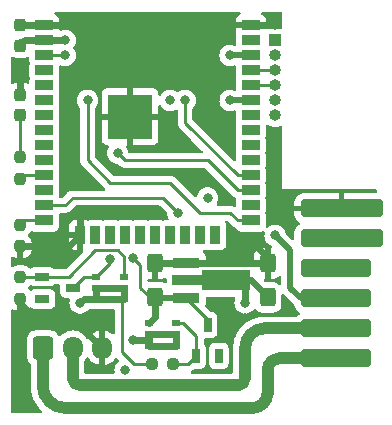
<source format=gtl>
%TF.GenerationSoftware,KiCad,Pcbnew,7.0.5-7.0.5~ubuntu22.04.1*%
%TF.CreationDate,2023-06-05T10:06:39+02:00*%
%TF.ProjectId,BatMon,4261744d-6f6e-42e6-9b69-6361645f7063,rev?*%
%TF.SameCoordinates,Original*%
%TF.FileFunction,Copper,L1,Top*%
%TF.FilePolarity,Positive*%
%FSLAX46Y46*%
G04 Gerber Fmt 4.6, Leading zero omitted, Abs format (unit mm)*
G04 Created by KiCad (PCBNEW 7.0.5-7.0.5~ubuntu22.04.1) date 2023-06-05 10:06:39*
%MOMM*%
%LPD*%
G01*
G04 APERTURE LIST*
G04 Aperture macros list*
%AMRoundRect*
0 Rectangle with rounded corners*
0 $1 Rounding radius*
0 $2 $3 $4 $5 $6 $7 $8 $9 X,Y pos of 4 corners*
0 Add a 4 corners polygon primitive as box body*
4,1,4,$2,$3,$4,$5,$6,$7,$8,$9,$2,$3,0*
0 Add four circle primitives for the rounded corners*
1,1,$1+$1,$2,$3*
1,1,$1+$1,$4,$5*
1,1,$1+$1,$6,$7*
1,1,$1+$1,$8,$9*
0 Add four rect primitives between the rounded corners*
20,1,$1+$1,$2,$3,$4,$5,0*
20,1,$1+$1,$4,$5,$6,$7,0*
20,1,$1+$1,$6,$7,$8,$9,0*
20,1,$1+$1,$8,$9,$2,$3,0*%
%AMFreePoly0*
4,1,9,5.362500,-0.866500,1.237500,-0.866500,1.237500,-0.450000,-1.237500,-0.450000,-1.237500,0.450000,1.237500,0.450000,1.237500,0.866500,5.362500,0.866500,5.362500,-0.866500,5.362500,-0.866500,$1*%
G04 Aperture macros list end*
%TA.AperFunction,SMDPad,CuDef*%
%ADD10R,1.500000X0.900000*%
%TD*%
%TA.AperFunction,SMDPad,CuDef*%
%ADD11R,0.900000X1.500000*%
%TD*%
%TA.AperFunction,SMDPad,CuDef*%
%ADD12R,0.900000X0.900000*%
%TD*%
%TA.AperFunction,HeatsinkPad*%
%ADD13C,0.600000*%
%TD*%
%TA.AperFunction,SMDPad,CuDef*%
%ADD14R,3.800000X3.800000*%
%TD*%
%TA.AperFunction,SMDPad,CuDef*%
%ADD15RoundRect,0.237500X-0.250000X-0.237500X0.250000X-0.237500X0.250000X0.237500X-0.250000X0.237500X0*%
%TD*%
%TA.AperFunction,SMDPad,CuDef*%
%ADD16RoundRect,0.237500X-0.237500X0.250000X-0.237500X-0.250000X0.237500X-0.250000X0.237500X0.250000X0*%
%TD*%
%TA.AperFunction,ComponentPad*%
%ADD17RoundRect,0.400000X3.100000X-0.400000X3.100000X0.400000X-3.100000X0.400000X-3.100000X-0.400000X0*%
%TD*%
%TA.AperFunction,ComponentPad*%
%ADD18RoundRect,0.400000X2.600000X-0.400000X2.600000X0.400000X-2.600000X0.400000X-2.600000X-0.400000X0*%
%TD*%
%TA.AperFunction,SMDPad,CuDef*%
%ADD19R,1.220000X0.650000*%
%TD*%
%TA.AperFunction,SMDPad,CuDef*%
%ADD20RoundRect,0.237500X0.237500X-0.250000X0.237500X0.250000X-0.237500X0.250000X-0.237500X-0.250000X0*%
%TD*%
%TA.AperFunction,SMDPad,CuDef*%
%ADD21RoundRect,0.237500X0.237500X-0.300000X0.237500X0.300000X-0.237500X0.300000X-0.237500X-0.300000X0*%
%TD*%
%TA.AperFunction,SMDPad,CuDef*%
%ADD22R,0.700000X0.510000*%
%TD*%
%TA.AperFunction,SMDPad,CuDef*%
%ADD23RoundRect,0.250000X0.425000X-0.537500X0.425000X0.537500X-0.425000X0.537500X-0.425000X-0.537500X0*%
%TD*%
%TA.AperFunction,SMDPad,CuDef*%
%ADD24R,2.300000X0.900000*%
%TD*%
%TA.AperFunction,SMDPad,CuDef*%
%ADD25FreePoly0,0.000000*%
%TD*%
%TA.AperFunction,ComponentPad*%
%ADD26R,1.000000X1.000000*%
%TD*%
%TA.AperFunction,ComponentPad*%
%ADD27O,1.000000X1.000000*%
%TD*%
%TA.AperFunction,SMDPad,CuDef*%
%ADD28R,0.650000X1.220000*%
%TD*%
%TA.AperFunction,ComponentPad*%
%ADD29RoundRect,0.250000X-0.600000X-0.725000X0.600000X-0.725000X0.600000X0.725000X-0.600000X0.725000X0*%
%TD*%
%TA.AperFunction,ComponentPad*%
%ADD30O,1.700000X1.950000*%
%TD*%
%TA.AperFunction,SMDPad,CuDef*%
%ADD31RoundRect,0.237500X-0.237500X0.287500X-0.237500X-0.287500X0.237500X-0.287500X0.237500X0.287500X0*%
%TD*%
%TA.AperFunction,ViaPad*%
%ADD32C,0.800000*%
%TD*%
%TA.AperFunction,Conductor*%
%ADD33C,0.600000*%
%TD*%
%TA.AperFunction,Conductor*%
%ADD34C,0.250000*%
%TD*%
%TA.AperFunction,Conductor*%
%ADD35C,0.500000*%
%TD*%
%TA.AperFunction,Conductor*%
%ADD36C,1.000000*%
%TD*%
G04 APERTURE END LIST*
D10*
X123330000Y-57150000D03*
X123330000Y-58420000D03*
X123330000Y-59690000D03*
X123330000Y-60960000D03*
X123330000Y-62230000D03*
X123330000Y-63500000D03*
X123330000Y-64770000D03*
X123330000Y-66040000D03*
X123330000Y-67310000D03*
X123330000Y-68580000D03*
X123330000Y-69850000D03*
X123330000Y-71120000D03*
X123330000Y-72390000D03*
X123330000Y-73660000D03*
D11*
X126370000Y-74910000D03*
X127640000Y-74910000D03*
X128910000Y-74910000D03*
X130180000Y-74910000D03*
X131450000Y-74910000D03*
X132720000Y-74910000D03*
X133990000Y-74910000D03*
X135260000Y-74910000D03*
X136530000Y-74910000D03*
X137800000Y-74910000D03*
D10*
X140830000Y-73660000D03*
X140830000Y-72390000D03*
X140830000Y-71120000D03*
X140830000Y-69850000D03*
X140830000Y-68580000D03*
X140830000Y-67310000D03*
X140830000Y-66040000D03*
X140830000Y-64770000D03*
X140830000Y-63500000D03*
X140830000Y-62230000D03*
X140830000Y-60960000D03*
X140830000Y-59690000D03*
X140830000Y-58420000D03*
X140830000Y-57150000D03*
D12*
X129180000Y-63470000D03*
D13*
X129180000Y-64170000D03*
D12*
X129180000Y-64870000D03*
D13*
X129180000Y-65570000D03*
D12*
X129180000Y-66270000D03*
D13*
X129880000Y-63470000D03*
X129880000Y-64870000D03*
X129880000Y-66270000D03*
X130555000Y-64170000D03*
X130555000Y-65570000D03*
D12*
X130580000Y-63470000D03*
X130580000Y-64870000D03*
D14*
X130580000Y-64870000D03*
D12*
X130580000Y-66270000D03*
D13*
X131280000Y-63470000D03*
X131280000Y-64870000D03*
X131280000Y-66270000D03*
D12*
X131980000Y-63470000D03*
D13*
X131980000Y-64170000D03*
D12*
X131980000Y-64870000D03*
D13*
X131980000Y-65570000D03*
D12*
X131980000Y-66270000D03*
D15*
X132437500Y-85852000D03*
X134262500Y-85852000D03*
D16*
X121285000Y-68302500D03*
X121285000Y-70127500D03*
D17*
X148500000Y-72650000D03*
X148500000Y-75190000D03*
D18*
X148000000Y-77730000D03*
X148000000Y-80270000D03*
X148000000Y-82810000D03*
X148000000Y-85350000D03*
D19*
X123150000Y-78425000D03*
X123150000Y-80325000D03*
X125770000Y-79375000D03*
D20*
X121285000Y-80287500D03*
X121285000Y-78462500D03*
D21*
X121285000Y-58875000D03*
X121285000Y-57150000D03*
D22*
X130065000Y-80325000D03*
X130065000Y-79375000D03*
X130065000Y-78425000D03*
X127745000Y-78425000D03*
X127745000Y-79375000D03*
X127745000Y-80325000D03*
D23*
X142240000Y-80177500D03*
X142240000Y-77302500D03*
D24*
X135345000Y-77240000D03*
D25*
X135432500Y-78740000D03*
D24*
X135345000Y-80240000D03*
D23*
X132715000Y-80177500D03*
X132715000Y-77302500D03*
D26*
X142875000Y-58420000D03*
D27*
X142875000Y-59690000D03*
X142875000Y-60960000D03*
X142875000Y-62230000D03*
X142875000Y-63500000D03*
X142875000Y-64770000D03*
D22*
X134510000Y-84262000D03*
X134510000Y-83312000D03*
X134510000Y-82362000D03*
X132190000Y-82362000D03*
X132190000Y-83312000D03*
X132190000Y-84262000D03*
D28*
X136210000Y-85130000D03*
X138110000Y-85130000D03*
X137160000Y-82510000D03*
D16*
X121285000Y-74017500D03*
X121285000Y-75842500D03*
D29*
X123230000Y-84455000D03*
D30*
X125730000Y-84455000D03*
X128230000Y-84455000D03*
D31*
X121285000Y-63020000D03*
X121285000Y-64770000D03*
D32*
X133985000Y-63500000D03*
X140335000Y-80645000D03*
X130175000Y-86360000D03*
X137160000Y-71755000D03*
X125095000Y-58420000D03*
X128905000Y-76924500D03*
X130810000Y-76835000D03*
X139065000Y-59690000D03*
X142875000Y-74930000D03*
X139065000Y-63500000D03*
X125095000Y-59690000D03*
X134620000Y-73025000D03*
X135255000Y-63500000D03*
X129540000Y-67945000D03*
X126365000Y-73025000D03*
X137795000Y-63500000D03*
X121285000Y-61595000D03*
X140970000Y-75565000D03*
X142875000Y-57150000D03*
X125095000Y-57150000D03*
X140335000Y-81915000D03*
X125095000Y-63500000D03*
X138430000Y-71755000D03*
X126365000Y-80645000D03*
X130810000Y-83820000D03*
X127000000Y-63500000D03*
D33*
X123330000Y-58420000D02*
X125095000Y-58420000D01*
X123330000Y-58420000D02*
X121740000Y-58420000D01*
X140335000Y-79375000D02*
X140335000Y-80645000D01*
X140802500Y-78740000D02*
X142240000Y-80177500D01*
X135432500Y-78740000D02*
X139700000Y-78740000D01*
X139700000Y-78740000D02*
X140335000Y-79375000D01*
X135432500Y-78740000D02*
X140802500Y-78740000D01*
X121740000Y-58420000D02*
G75*
G03*
X121285000Y-58875000I0J-455000D01*
G01*
D34*
X128905000Y-77265000D02*
X127745000Y-78425000D01*
X126720000Y-78425000D02*
X125770000Y-79375000D01*
X128905000Y-76924500D02*
X128905000Y-77265000D01*
X127745000Y-78425000D02*
X126720000Y-78425000D01*
X130810000Y-76835000D02*
X131445000Y-77470000D01*
X137160000Y-82510000D02*
X137160000Y-82055000D01*
X131445000Y-77470000D02*
X131445000Y-79375000D01*
D33*
X132715000Y-81837000D02*
X132190000Y-82362000D01*
D35*
X132777500Y-80240000D02*
X132715000Y-80177500D01*
D34*
X132247500Y-80177500D02*
X132715000Y-80177500D01*
D33*
X132715000Y-80177500D02*
X132715000Y-81837000D01*
D35*
X135345000Y-80240000D02*
X132777500Y-80240000D01*
D34*
X131445000Y-79375000D02*
X132247500Y-80177500D01*
X137160000Y-82055000D02*
X135345000Y-80240000D01*
D35*
X144145000Y-79375000D02*
X145040000Y-80270000D01*
X139065000Y-59690000D02*
X140830000Y-59690000D01*
X145040000Y-80270000D02*
X146000000Y-80270000D01*
X142875000Y-74930000D02*
X144145000Y-76200000D01*
X144145000Y-76200000D02*
X144145000Y-79375000D01*
X139065000Y-63500000D02*
X140830000Y-63500000D01*
D34*
X123330000Y-59690000D02*
X125095000Y-59690000D01*
X125095000Y-72390000D02*
X123330000Y-72390000D01*
X125730000Y-71755000D02*
X125095000Y-72390000D01*
X133350000Y-71755000D02*
X125730000Y-71755000D01*
X134620000Y-73025000D02*
X133350000Y-71755000D01*
X123330000Y-73660000D02*
X121642500Y-73660000D01*
X121642500Y-73660000D02*
X121285000Y-74017500D01*
X134262500Y-85852000D02*
X135488000Y-85852000D01*
X135110000Y-82362000D02*
X136210000Y-83462000D01*
X134510000Y-82362000D02*
X135110000Y-82362000D01*
X136210000Y-83462000D02*
X136210000Y-85130000D01*
X135488000Y-85852000D02*
X136210000Y-85130000D01*
X129540000Y-76200000D02*
X130065000Y-76725000D01*
X125410000Y-78425000D02*
X127635000Y-76200000D01*
X123150000Y-78425000D02*
X121322500Y-78425000D01*
X123150000Y-78425000D02*
X125410000Y-78425000D01*
X121322500Y-78425000D02*
X121285000Y-78462500D01*
X127635000Y-76200000D02*
X129540000Y-76200000D01*
X130065000Y-76725000D02*
X130065000Y-78425000D01*
X135255000Y-63500000D02*
X135255000Y-65405000D01*
X139700000Y-69850000D02*
X140830000Y-69850000D01*
X135255000Y-65405000D02*
X139700000Y-69850000D01*
X139700000Y-71120000D02*
X140830000Y-71120000D01*
X130175000Y-68580000D02*
X137160000Y-68580000D01*
X129540000Y-67945000D02*
X130175000Y-68580000D01*
X137160000Y-68580000D02*
X139700000Y-71120000D01*
X123330000Y-69850000D02*
X121562500Y-69850000D01*
X121562500Y-69850000D02*
X121285000Y-70127500D01*
X121285000Y-68302500D02*
X121285000Y-64770000D01*
D33*
X142240000Y-76835000D02*
X140970000Y-75565000D01*
X121285000Y-80645000D02*
X121285000Y-80287500D01*
X121285000Y-57150000D02*
X123330000Y-57150000D01*
X125690000Y-81915000D02*
X122555000Y-81915000D01*
X142177500Y-77240000D02*
X135345000Y-77240000D01*
X121285000Y-63020000D02*
X121285000Y-61595000D01*
X126370000Y-74910000D02*
X126370000Y-73030000D01*
X128230000Y-84455000D02*
X125690000Y-81915000D01*
X121285000Y-75842500D02*
X125437500Y-75842500D01*
X126370000Y-73030000D02*
X126365000Y-73025000D01*
X135345000Y-77240000D02*
X132777500Y-77240000D01*
X142240000Y-77302500D02*
X142177500Y-77240000D01*
X142875000Y-57150000D02*
X140830000Y-57150000D01*
X122555000Y-81915000D02*
X121285000Y-80645000D01*
X142240000Y-77302500D02*
X142240000Y-76835000D01*
X125437500Y-75842500D02*
X126370000Y-74910000D01*
X132777500Y-77240000D02*
X132715000Y-77302500D01*
X123330000Y-57150000D02*
X125095000Y-57150000D01*
D36*
X123190000Y-87632449D02*
X123190000Y-84495000D01*
X142240786Y-88264214D02*
X142240000Y-88265000D01*
X140970000Y-89535000D02*
X125092551Y-89535000D01*
X142240786Y-86280573D02*
X142240786Y-88264214D01*
X123190000Y-84495000D02*
X123230000Y-84455000D01*
X146000000Y-85350000D02*
X143250000Y-85350000D01*
X143250000Y-85350018D02*
G75*
G03*
X142240787Y-86280573I1700J-1014382D01*
G01*
X123190000Y-87632449D02*
G75*
G03*
X125092551Y-89535000I1902600J49D01*
G01*
X140970000Y-89535000D02*
G75*
G03*
X142240000Y-88265000I0J1270000D01*
G01*
X126365000Y-87630000D02*
X139700000Y-87630000D01*
X141980000Y-82810000D02*
X146000000Y-82810000D01*
X125730000Y-86995000D02*
X125730000Y-84455000D01*
X140335000Y-86995000D02*
X140335000Y-84455000D01*
X125730000Y-86995000D02*
G75*
G03*
X126365000Y-87630000I635000J0D01*
G01*
X141980000Y-82810000D02*
G75*
G03*
X140335000Y-84455000I0J-1645000D01*
G01*
X139700000Y-87630000D02*
G75*
G03*
X140335000Y-86995000I0J635000D01*
G01*
D33*
X127745000Y-80325000D02*
X126685000Y-80325000D01*
D34*
X129910000Y-80480000D02*
X130065000Y-80325000D01*
D33*
X130065000Y-80325000D02*
X127745000Y-80325000D01*
D34*
X129910000Y-84825000D02*
X129910000Y-80480000D01*
X130937000Y-85852000D02*
X129910000Y-84825000D01*
D33*
X126685000Y-80325000D02*
X126365000Y-80645000D01*
X130065000Y-79375000D02*
X130065000Y-80325000D01*
X127745000Y-79375000D02*
X130065000Y-79375000D01*
D34*
X132437500Y-85852000D02*
X130937000Y-85852000D01*
D33*
X127745000Y-80325000D02*
X127745000Y-79375000D01*
X132190000Y-84262000D02*
X134510000Y-84262000D01*
X132190000Y-83312000D02*
X132190000Y-83820000D01*
X132190000Y-83820000D02*
X132190000Y-84262000D01*
X134510000Y-84262000D02*
X134510000Y-83312000D01*
X134510000Y-83312000D02*
X132190000Y-83312000D01*
X130810000Y-83820000D02*
X132190000Y-83820000D01*
D34*
X127000000Y-68580000D02*
X128905000Y-70485000D01*
X139065000Y-73025000D02*
X139700000Y-73660000D01*
X133985000Y-70485000D02*
X136525000Y-73025000D01*
X139700000Y-73660000D02*
X140830000Y-73660000D01*
X136525000Y-73025000D02*
X139065000Y-73025000D01*
X128905000Y-70485000D02*
X133985000Y-70485000D01*
X127000000Y-63500000D02*
X127000000Y-68580000D01*
X142875000Y-60960000D02*
X140830000Y-60960000D01*
X142875000Y-62230000D02*
X140830000Y-62230000D01*
%TA.AperFunction,Conductor*%
G36*
X124602539Y-79070185D02*
G01*
X124648294Y-79122989D01*
X124659500Y-79174500D01*
X124659500Y-79747870D01*
X124659501Y-79747876D01*
X124665908Y-79807483D01*
X124716202Y-79942328D01*
X124716206Y-79942335D01*
X124802452Y-80057544D01*
X124802455Y-80057547D01*
X124917664Y-80143793D01*
X124917671Y-80143797D01*
X124962618Y-80160561D01*
X125052517Y-80194091D01*
X125112127Y-80200500D01*
X125391914Y-80200499D01*
X125458952Y-80220183D01*
X125504707Y-80272987D01*
X125514651Y-80342146D01*
X125509844Y-80362816D01*
X125479327Y-80456739D01*
X125479327Y-80456740D01*
X125479326Y-80456744D01*
X125459540Y-80645000D01*
X125479326Y-80833256D01*
X125479327Y-80833259D01*
X125537818Y-81013277D01*
X125537821Y-81013284D01*
X125632467Y-81177216D01*
X125749967Y-81307713D01*
X125759129Y-81317888D01*
X125912265Y-81429148D01*
X125912270Y-81429151D01*
X126085192Y-81506142D01*
X126085197Y-81506144D01*
X126270354Y-81545500D01*
X126270355Y-81545500D01*
X126459644Y-81545500D01*
X126459646Y-81545500D01*
X126644803Y-81506144D01*
X126817730Y-81429151D01*
X126970871Y-81317888D01*
X127097533Y-81177216D01*
X127097536Y-81177209D01*
X127097971Y-81176613D01*
X127098314Y-81176348D01*
X127101881Y-81172387D01*
X127102605Y-81173039D01*
X127153302Y-81133948D01*
X127198288Y-81125500D01*
X127696564Y-81125500D01*
X127703502Y-81125889D01*
X127732400Y-81129145D01*
X127744998Y-81130565D01*
X127745000Y-81130565D01*
X127745002Y-81130565D01*
X127757599Y-81129145D01*
X127786497Y-81125889D01*
X127793436Y-81125500D01*
X129160500Y-81125500D01*
X129227539Y-81145185D01*
X129273294Y-81197989D01*
X129284500Y-81249500D01*
X129284500Y-83182122D01*
X129264815Y-83249161D01*
X129212011Y-83294916D01*
X129142853Y-83304860D01*
X129089376Y-83283697D01*
X128907578Y-83156399D01*
X128693492Y-83056570D01*
X128693486Y-83056567D01*
X128480000Y-82999364D01*
X128479999Y-82999364D01*
X128479999Y-84046981D01*
X128365199Y-83994554D01*
X128263975Y-83980000D01*
X128196025Y-83980000D01*
X128094801Y-83994554D01*
X127979999Y-84046981D01*
X127979999Y-82999364D01*
X127766513Y-83056567D01*
X127766507Y-83056570D01*
X127552422Y-83156399D01*
X127552420Y-83156400D01*
X127358926Y-83291886D01*
X127358920Y-83291891D01*
X127191891Y-83458920D01*
X127191890Y-83458922D01*
X127081880Y-83616032D01*
X127027303Y-83659657D01*
X126957804Y-83666849D01*
X126895450Y-83635327D01*
X126878730Y-83616031D01*
X126768494Y-83458597D01*
X126601402Y-83291506D01*
X126601395Y-83291501D01*
X126407834Y-83155967D01*
X126407830Y-83155965D01*
X126367777Y-83137288D01*
X126193663Y-83056097D01*
X126193659Y-83056096D01*
X126193655Y-83056094D01*
X125965413Y-82994938D01*
X125965403Y-82994936D01*
X125730001Y-82974341D01*
X125729999Y-82974341D01*
X125494596Y-82994936D01*
X125494586Y-82994938D01*
X125266344Y-83056094D01*
X125266335Y-83056098D01*
X125052171Y-83155964D01*
X125052169Y-83155965D01*
X124858597Y-83291505D01*
X124711398Y-83438705D01*
X124650075Y-83472190D01*
X124580383Y-83467206D01*
X124524450Y-83425334D01*
X124518178Y-83416120D01*
X124422712Y-83261344D01*
X124298657Y-83137289D01*
X124298656Y-83137289D01*
X124298656Y-83137288D01*
X124167786Y-83056567D01*
X124149336Y-83045187D01*
X124149331Y-83045185D01*
X124147862Y-83044698D01*
X123982797Y-82990001D01*
X123982795Y-82990000D01*
X123880010Y-82979500D01*
X122579998Y-82979500D01*
X122579981Y-82979501D01*
X122477203Y-82990000D01*
X122477200Y-82990001D01*
X122310668Y-83045185D01*
X122310663Y-83045187D01*
X122161342Y-83137289D01*
X122037289Y-83261342D01*
X121945187Y-83410663D01*
X121945185Y-83410668D01*
X121926450Y-83467206D01*
X121890001Y-83577203D01*
X121890001Y-83577204D01*
X121890000Y-83577204D01*
X121879500Y-83679983D01*
X121879500Y-85230001D01*
X121879501Y-85230018D01*
X121890000Y-85332796D01*
X121890001Y-85332799D01*
X121945185Y-85499331D01*
X121945187Y-85499336D01*
X121970736Y-85540758D01*
X122037287Y-85648655D01*
X122037289Y-85648657D01*
X122153181Y-85764549D01*
X122186666Y-85825872D01*
X122189500Y-85852230D01*
X122189500Y-87536854D01*
X122189498Y-87536898D01*
X122189500Y-87630002D01*
X122189500Y-87684502D01*
X122189501Y-87684552D01*
X122189503Y-87795505D01*
X122217698Y-88045687D01*
X122226018Y-88119511D01*
X122291392Y-88405910D01*
X122298581Y-88437401D01*
X122381730Y-88675014D01*
X122406274Y-88745153D01*
X122547749Y-89038920D01*
X122547750Y-89038921D01*
X122721222Y-89314999D01*
X122924518Y-89569922D01*
X123142915Y-89788319D01*
X123176400Y-89849642D01*
X123171416Y-89919334D01*
X123129544Y-89975267D01*
X123064080Y-89999684D01*
X123055234Y-90000000D01*
X120624000Y-90000000D01*
X120556961Y-89980315D01*
X120511206Y-89927511D01*
X120500000Y-89876000D01*
X120500000Y-81288481D01*
X120519685Y-81221442D01*
X120572489Y-81175687D01*
X120641647Y-81165743D01*
X120689098Y-81182943D01*
X120733693Y-81210450D01*
X120733699Y-81210453D01*
X120897347Y-81264680D01*
X120998352Y-81274999D01*
X121035000Y-81274999D01*
X121035000Y-80161500D01*
X121054685Y-80094461D01*
X121107489Y-80048706D01*
X121159000Y-80037500D01*
X121411000Y-80037500D01*
X121478039Y-80057185D01*
X121523794Y-80109989D01*
X121535000Y-80161500D01*
X121534999Y-81274999D01*
X121571640Y-81274999D01*
X121571654Y-81274998D01*
X121672652Y-81264680D01*
X121836300Y-81210453D01*
X121836311Y-81210448D01*
X121983033Y-81119948D01*
X122056712Y-81046269D01*
X122118035Y-81012784D01*
X122187727Y-81017768D01*
X122218705Y-81034684D01*
X122297664Y-81093793D01*
X122297671Y-81093797D01*
X122432517Y-81144091D01*
X122432516Y-81144091D01*
X122439444Y-81144835D01*
X122492127Y-81150500D01*
X123807872Y-81150499D01*
X123867483Y-81144091D01*
X124002331Y-81093796D01*
X124117546Y-81007546D01*
X124203796Y-80892331D01*
X124254091Y-80757483D01*
X124260500Y-80697873D01*
X124260499Y-79952128D01*
X124254091Y-79892517D01*
X124238233Y-79850000D01*
X124203797Y-79757671D01*
X124203793Y-79757664D01*
X124117547Y-79642455D01*
X124117544Y-79642452D01*
X124002335Y-79556206D01*
X124002328Y-79556202D01*
X123867482Y-79505908D01*
X123867483Y-79505908D01*
X123807883Y-79499501D01*
X123807881Y-79499500D01*
X123807873Y-79499500D01*
X123807864Y-79499500D01*
X122492129Y-79499500D01*
X122492123Y-79499501D01*
X122432516Y-79505908D01*
X122297671Y-79556202D01*
X122297665Y-79556205D01*
X122261594Y-79583208D01*
X122196129Y-79607624D01*
X122127857Y-79592771D01*
X122099604Y-79571621D01*
X121991017Y-79463034D01*
X121957532Y-79401711D01*
X121962516Y-79332019D01*
X121991015Y-79287674D01*
X122100011Y-79178678D01*
X122161332Y-79145195D01*
X122231024Y-79150179D01*
X122261998Y-79167093D01*
X122277477Y-79178680D01*
X122297668Y-79193795D01*
X122297671Y-79193797D01*
X122432517Y-79244091D01*
X122432516Y-79244091D01*
X122439444Y-79244835D01*
X122492127Y-79250500D01*
X123807872Y-79250499D01*
X123867483Y-79244091D01*
X124002331Y-79193796D01*
X124117546Y-79107546D01*
X124123051Y-79100191D01*
X124178985Y-79058319D01*
X124222320Y-79050500D01*
X124535500Y-79050500D01*
X124602539Y-79070185D01*
G37*
%TD.AperFunction*%
%TA.AperFunction,Conductor*%
G36*
X128480000Y-85910634D02*
G01*
X128693483Y-85853433D01*
X128693492Y-85853429D01*
X128907577Y-85753600D01*
X128907579Y-85753599D01*
X129101073Y-85618113D01*
X129101079Y-85618108D01*
X129268108Y-85451079D01*
X129268113Y-85451073D01*
X129341237Y-85346641D01*
X129395813Y-85303016D01*
X129465312Y-85295822D01*
X129527667Y-85327344D01*
X129530493Y-85330083D01*
X129650878Y-85450468D01*
X129684363Y-85511791D01*
X129679379Y-85581483D01*
X129637507Y-85637416D01*
X129636083Y-85638467D01*
X129569127Y-85687113D01*
X129442466Y-85827785D01*
X129347821Y-85991715D01*
X129347818Y-85991722D01*
X129313434Y-86097547D01*
X129289326Y-86171744D01*
X129269540Y-86360000D01*
X129283470Y-86492541D01*
X129270902Y-86561268D01*
X129223170Y-86612292D01*
X129160150Y-86629500D01*
X126854500Y-86629500D01*
X126787461Y-86609815D01*
X126741706Y-86557011D01*
X126730500Y-86505500D01*
X126730500Y-85540758D01*
X126750185Y-85473719D01*
X126766827Y-85453069D01*
X126766826Y-85453069D01*
X126768495Y-85451401D01*
X126878732Y-85293965D01*
X126933306Y-85250342D01*
X127002805Y-85243148D01*
X127065159Y-85274670D01*
X127081880Y-85293967D01*
X127191886Y-85451073D01*
X127191891Y-85451079D01*
X127358917Y-85618105D01*
X127552421Y-85753600D01*
X127766507Y-85853429D01*
X127766516Y-85853433D01*
X127980000Y-85910634D01*
X127979999Y-84863018D01*
X128094801Y-84915446D01*
X128196025Y-84930000D01*
X128263975Y-84930000D01*
X128365199Y-84915446D01*
X128479999Y-84863018D01*
X128480000Y-85910634D01*
G37*
%TD.AperFunction*%
%TA.AperFunction,Conductor*%
G36*
X143620702Y-79912516D02*
G01*
X143627180Y-79918548D01*
X144464269Y-80755637D01*
X144476044Y-80769261D01*
X144490390Y-80788530D01*
X144490391Y-80788531D01*
X144490442Y-80788599D01*
X144510755Y-80830556D01*
X144511479Y-80833259D01*
X144554680Y-80994488D01*
X144564257Y-81013284D01*
X144640614Y-81163146D01*
X144668830Y-81197989D01*
X144759743Y-81310257D01*
X144906561Y-81429148D01*
X144906855Y-81429386D01*
X144907114Y-81429518D01*
X144907237Y-81429634D01*
X144912304Y-81432925D01*
X144911702Y-81433851D01*
X144957908Y-81477495D01*
X144974700Y-81545317D01*
X144952159Y-81611451D01*
X144911850Y-81646377D01*
X144912304Y-81647075D01*
X144907281Y-81650336D01*
X144907114Y-81650482D01*
X144906855Y-81650613D01*
X144759740Y-81769745D01*
X144756305Y-81773181D01*
X144694982Y-81806666D01*
X144668624Y-81809500D01*
X141831427Y-81809500D01*
X141536176Y-81842767D01*
X141536164Y-81842769D01*
X141246474Y-81908888D01*
X141246466Y-81908891D01*
X140966022Y-82007023D01*
X140966008Y-82007029D01*
X140698308Y-82135947D01*
X140446714Y-82294033D01*
X140214403Y-82479295D01*
X140004295Y-82689403D01*
X139819033Y-82921714D01*
X139660947Y-83173308D01*
X139532029Y-83441008D01*
X139532023Y-83441022D01*
X139433891Y-83721466D01*
X139433888Y-83721474D01*
X139367769Y-84011164D01*
X139367767Y-84011176D01*
X139334500Y-84306427D01*
X139334500Y-86505500D01*
X139314815Y-86572539D01*
X139262011Y-86618294D01*
X139210500Y-86629500D01*
X135863660Y-86629500D01*
X135796621Y-86609815D01*
X135750866Y-86557011D01*
X135740922Y-86487853D01*
X135769947Y-86424297D01*
X135790771Y-86405185D01*
X135804486Y-86395219D01*
X135829444Y-86377085D01*
X135834305Y-86373892D01*
X135874420Y-86350170D01*
X135888589Y-86335999D01*
X135903379Y-86323368D01*
X135919587Y-86311594D01*
X135941205Y-86285460D01*
X135999104Y-86246352D01*
X136036751Y-86240499D01*
X136582871Y-86240499D01*
X136582872Y-86240499D01*
X136642483Y-86234091D01*
X136777331Y-86183796D01*
X136892546Y-86097546D01*
X136978796Y-85982331D01*
X137029091Y-85847483D01*
X137035500Y-85787873D01*
X137035500Y-85787870D01*
X137284500Y-85787870D01*
X137284501Y-85787876D01*
X137290908Y-85847483D01*
X137341202Y-85982328D01*
X137341206Y-85982335D01*
X137427452Y-86097544D01*
X137427455Y-86097547D01*
X137542664Y-86183793D01*
X137542671Y-86183797D01*
X137587618Y-86200561D01*
X137677517Y-86234091D01*
X137737127Y-86240500D01*
X138482872Y-86240499D01*
X138542483Y-86234091D01*
X138677331Y-86183796D01*
X138792546Y-86097546D01*
X138878796Y-85982331D01*
X138929091Y-85847483D01*
X138935500Y-85787873D01*
X138935499Y-84472128D01*
X138929091Y-84412517D01*
X138917358Y-84381060D01*
X138878797Y-84277671D01*
X138878793Y-84277664D01*
X138792547Y-84162455D01*
X138792544Y-84162452D01*
X138677335Y-84076206D01*
X138677328Y-84076202D01*
X138542486Y-84025910D01*
X138542485Y-84025909D01*
X138542483Y-84025909D01*
X138482873Y-84019500D01*
X138482863Y-84019500D01*
X137737129Y-84019500D01*
X137737123Y-84019501D01*
X137677516Y-84025908D01*
X137542671Y-84076202D01*
X137542664Y-84076206D01*
X137427455Y-84162452D01*
X137427452Y-84162455D01*
X137341206Y-84277664D01*
X137341202Y-84277671D01*
X137290908Y-84412517D01*
X137286142Y-84456851D01*
X137284501Y-84472123D01*
X137284500Y-84472135D01*
X137284500Y-85787870D01*
X137035500Y-85787870D01*
X137035499Y-84472128D01*
X137029091Y-84412517D01*
X137017358Y-84381060D01*
X136978797Y-84277671D01*
X136978793Y-84277664D01*
X136892548Y-84162457D01*
X136892546Y-84162454D01*
X136892542Y-84162451D01*
X136892540Y-84162449D01*
X136885187Y-84156944D01*
X136843317Y-84101009D01*
X136835500Y-84057679D01*
X136835500Y-83744499D01*
X136855185Y-83677460D01*
X136907989Y-83631705D01*
X136959500Y-83620499D01*
X137532871Y-83620499D01*
X137532872Y-83620499D01*
X137592483Y-83614091D01*
X137727331Y-83563796D01*
X137842546Y-83477546D01*
X137928796Y-83362331D01*
X137979091Y-83227483D01*
X137985500Y-83167873D01*
X137985499Y-81852128D01*
X137979091Y-81792517D01*
X137971879Y-81773181D01*
X137928797Y-81657671D01*
X137928793Y-81657664D01*
X137842547Y-81542455D01*
X137842544Y-81542452D01*
X137727335Y-81456206D01*
X137727328Y-81456202D01*
X137592482Y-81405908D01*
X137592483Y-81405908D01*
X137532883Y-81399501D01*
X137532881Y-81399500D01*
X137532873Y-81399500D01*
X137532865Y-81399500D01*
X137440452Y-81399500D01*
X137373413Y-81379815D01*
X137352771Y-81363181D01*
X136990561Y-81000971D01*
X136957076Y-80939648D01*
X136962060Y-80869957D01*
X136975747Y-80833259D01*
X136989091Y-80797483D01*
X136995500Y-80737873D01*
X136995499Y-80236146D01*
X137015183Y-80169108D01*
X137067987Y-80123353D01*
X137119499Y-80112147D01*
X139390621Y-80112147D01*
X139457660Y-80131832D01*
X139503415Y-80184636D01*
X139513359Y-80253794D01*
X139508552Y-80274465D01*
X139449327Y-80456740D01*
X139449326Y-80456744D01*
X139429540Y-80645000D01*
X139449326Y-80833256D01*
X139449327Y-80833259D01*
X139507818Y-81013277D01*
X139507821Y-81013284D01*
X139602467Y-81177216D01*
X139719967Y-81307713D01*
X139729129Y-81317888D01*
X139882265Y-81429148D01*
X139882270Y-81429151D01*
X140055192Y-81506142D01*
X140055197Y-81506144D01*
X140240354Y-81545500D01*
X140240355Y-81545500D01*
X140429644Y-81545500D01*
X140429646Y-81545500D01*
X140614803Y-81506144D01*
X140787730Y-81429151D01*
X140940871Y-81317888D01*
X141050372Y-81196275D01*
X141109855Y-81159628D01*
X141179712Y-81160958D01*
X141230200Y-81191568D01*
X141346344Y-81307712D01*
X141495666Y-81399814D01*
X141662203Y-81454999D01*
X141764991Y-81465500D01*
X142715008Y-81465499D01*
X142715016Y-81465498D01*
X142715019Y-81465498D01*
X142771302Y-81459748D01*
X142817797Y-81454999D01*
X142984334Y-81399814D01*
X143133656Y-81307712D01*
X143257712Y-81183656D01*
X143349814Y-81034334D01*
X143404999Y-80867797D01*
X143415500Y-80765009D01*
X143415499Y-80006227D01*
X143435183Y-79939190D01*
X143487987Y-79893435D01*
X143557146Y-79883491D01*
X143620702Y-79912516D01*
G37*
%TD.AperFunction*%
%TA.AperFunction,Conductor*%
G36*
X138821587Y-73670185D02*
G01*
X138842229Y-73686819D01*
X139199194Y-74043784D01*
X139209019Y-74056048D01*
X139209240Y-74055866D01*
X139214210Y-74061874D01*
X139263949Y-74108582D01*
X139265316Y-74109906D01*
X139285530Y-74130120D01*
X139291004Y-74134366D01*
X139295442Y-74138156D01*
X139329418Y-74170062D01*
X139329422Y-74170064D01*
X139346973Y-74179713D01*
X139363231Y-74190392D01*
X139379064Y-74202674D01*
X139392900Y-74208661D01*
X139421837Y-74221183D01*
X139427081Y-74223752D01*
X139467908Y-74246197D01*
X139487312Y-74251179D01*
X139505710Y-74257478D01*
X139524105Y-74265438D01*
X139532738Y-74266805D01*
X139537307Y-74267529D01*
X139600442Y-74297458D01*
X139634089Y-74346663D01*
X139636201Y-74352326D01*
X139636206Y-74352335D01*
X139722452Y-74467544D01*
X139722455Y-74467547D01*
X139837664Y-74553793D01*
X139837671Y-74553797D01*
X139972517Y-74604091D01*
X139972516Y-74604091D01*
X139979444Y-74604835D01*
X140032127Y-74610500D01*
X141627872Y-74610499D01*
X141687483Y-74604091D01*
X141822331Y-74553796D01*
X141822333Y-74553793D01*
X141825842Y-74551879D01*
X141829754Y-74551027D01*
X141830641Y-74550697D01*
X141830688Y-74550824D01*
X141894114Y-74537023D01*
X141959579Y-74561437D01*
X142001454Y-74617369D01*
X142006442Y-74687060D01*
X142003206Y-74699024D01*
X141989326Y-74741741D01*
X141985158Y-74781402D01*
X141969540Y-74930000D01*
X141989326Y-75118256D01*
X141989327Y-75118259D01*
X142047818Y-75298277D01*
X142047821Y-75298284D01*
X142142467Y-75462216D01*
X142215516Y-75543345D01*
X142269129Y-75602888D01*
X142422265Y-75714148D01*
X142422270Y-75714151D01*
X142565048Y-75777721D01*
X142618285Y-75822971D01*
X142638606Y-75889820D01*
X142619560Y-75957044D01*
X142567194Y-76003299D01*
X142514612Y-76015000D01*
X142490000Y-76015000D01*
X142490000Y-78589999D01*
X142714972Y-78589999D01*
X142714986Y-78589998D01*
X142817697Y-78579505D01*
X142984119Y-78524358D01*
X142984124Y-78524356D01*
X143133345Y-78432315D01*
X143182819Y-78382842D01*
X143244142Y-78349357D01*
X143313834Y-78354341D01*
X143369767Y-78396213D01*
X143394184Y-78461677D01*
X143394500Y-78470523D01*
X143394500Y-79008770D01*
X143374815Y-79075809D01*
X143322011Y-79121564D01*
X143252853Y-79131508D01*
X143189297Y-79102483D01*
X143182819Y-79096451D01*
X143133657Y-79047289D01*
X143133656Y-79047288D01*
X143037019Y-78987682D01*
X142984336Y-78955187D01*
X142984331Y-78955185D01*
X142944321Y-78941927D01*
X142817797Y-78900001D01*
X142817795Y-78900000D01*
X142715016Y-78889500D01*
X142715009Y-78889500D01*
X142135440Y-78889500D01*
X142068401Y-78869815D01*
X142047759Y-78853181D01*
X141974969Y-78780391D01*
X141941484Y-78719068D01*
X141946468Y-78649376D01*
X141974970Y-78605028D01*
X141990000Y-78589998D01*
X141990000Y-77552500D01*
X141235081Y-77552500D01*
X141168042Y-77532815D01*
X141153879Y-77522213D01*
X141068377Y-77448125D01*
X141068371Y-77448122D01*
X140937456Y-77388334D01*
X140819482Y-77371373D01*
X140795000Y-77367853D01*
X136670000Y-77367853D01*
X136669997Y-77367853D01*
X136598039Y-77372999D01*
X136598034Y-77373000D01*
X136459949Y-77413545D01*
X136459944Y-77413547D01*
X136371613Y-77470315D01*
X136304574Y-77490000D01*
X133930000Y-77490000D01*
X133903819Y-77516181D01*
X133842496Y-77549666D01*
X133816138Y-77552500D01*
X132965000Y-77552500D01*
X132965000Y-78589999D01*
X133189972Y-78589999D01*
X133189986Y-78589998D01*
X133292697Y-78579505D01*
X133459119Y-78524358D01*
X133459126Y-78524355D01*
X133500255Y-78498986D01*
X133567647Y-78480545D01*
X133634311Y-78501467D01*
X133679081Y-78555108D01*
X133689353Y-78604524D01*
X133689353Y-78874888D01*
X133669668Y-78941927D01*
X133616864Y-78987682D01*
X133547706Y-78997626D01*
X133500257Y-78980427D01*
X133459340Y-78955189D01*
X133459335Y-78955187D01*
X133459334Y-78955186D01*
X133292797Y-78900001D01*
X133292795Y-78900000D01*
X133190010Y-78889500D01*
X132239998Y-78889500D01*
X132239975Y-78889502D01*
X132207098Y-78892860D01*
X132138405Y-78880089D01*
X132087522Y-78832207D01*
X132070500Y-78769503D01*
X132070500Y-78709992D01*
X132090186Y-78642954D01*
X132142990Y-78597200D01*
X132207103Y-78586637D01*
X132240019Y-78589999D01*
X132464999Y-78589999D01*
X132464999Y-78589998D01*
X132465000Y-77176500D01*
X132484685Y-77109461D01*
X132537489Y-77063706D01*
X132589000Y-77052500D01*
X133655000Y-77052500D01*
X141065000Y-77052500D01*
X141990000Y-77052500D01*
X141990000Y-76015000D01*
X141765029Y-76015000D01*
X141765012Y-76015001D01*
X141662302Y-76025494D01*
X141495880Y-76080641D01*
X141495875Y-76080643D01*
X141346654Y-76172684D01*
X141222684Y-76296654D01*
X141130643Y-76445875D01*
X141130641Y-76445880D01*
X141075494Y-76612302D01*
X141075493Y-76612309D01*
X141065000Y-76715013D01*
X141065000Y-77052500D01*
X133655000Y-77052500D01*
X133681181Y-77026319D01*
X133742504Y-76992834D01*
X133768862Y-76990000D01*
X136995000Y-76990000D01*
X136995000Y-76742172D01*
X136994999Y-76742155D01*
X136988598Y-76682627D01*
X136988596Y-76682620D01*
X136938354Y-76547913D01*
X136938350Y-76547906D01*
X136852190Y-76432812D01*
X136852187Y-76432809D01*
X136786673Y-76383765D01*
X136744802Y-76327831D01*
X136739818Y-76258140D01*
X136773304Y-76196817D01*
X136834627Y-76163333D01*
X136860982Y-76160499D01*
X137027872Y-76160499D01*
X137087483Y-76154091D01*
X137121667Y-76141340D01*
X137191358Y-76136357D01*
X137208327Y-76141338D01*
X137242517Y-76154091D01*
X137302127Y-76160500D01*
X138297872Y-76160499D01*
X138357483Y-76154091D01*
X138492331Y-76103796D01*
X138607546Y-76017546D01*
X138693796Y-75902331D01*
X138744091Y-75767483D01*
X138750500Y-75707873D01*
X138750499Y-74112128D01*
X138744091Y-74052517D01*
X138735921Y-74030613D01*
X138693797Y-73917671D01*
X138693795Y-73917668D01*
X138672709Y-73889501D01*
X138642248Y-73848810D01*
X138617831Y-73783348D01*
X138632682Y-73715075D01*
X138682087Y-73665669D01*
X138741515Y-73650500D01*
X138754548Y-73650500D01*
X138821587Y-73670185D01*
G37*
%TD.AperFunction*%
%TA.AperFunction,Conductor*%
G36*
X133106587Y-72400185D02*
G01*
X133127229Y-72416819D01*
X133681038Y-72970629D01*
X133714523Y-73031952D01*
X133716678Y-73045348D01*
X133723990Y-73114917D01*
X133734326Y-73213256D01*
X133734327Y-73213258D01*
X133734327Y-73213259D01*
X133792818Y-73393277D01*
X133792820Y-73393281D01*
X133792821Y-73393284D01*
X133812216Y-73426877D01*
X133839134Y-73473501D01*
X133855605Y-73541401D01*
X133832753Y-73607428D01*
X133777831Y-73650618D01*
X133731747Y-73659500D01*
X133492130Y-73659500D01*
X133492123Y-73659501D01*
X133432518Y-73665908D01*
X133398331Y-73678659D01*
X133328639Y-73683642D01*
X133311669Y-73678659D01*
X133288948Y-73670185D01*
X133277483Y-73665909D01*
X133277482Y-73665908D01*
X133217883Y-73659501D01*
X133217881Y-73659500D01*
X133217873Y-73659500D01*
X133217864Y-73659500D01*
X132222129Y-73659500D01*
X132222123Y-73659501D01*
X132162518Y-73665908D01*
X132128331Y-73678659D01*
X132058639Y-73683642D01*
X132041669Y-73678659D01*
X132018948Y-73670185D01*
X132007483Y-73665909D01*
X132007482Y-73665908D01*
X131947883Y-73659501D01*
X131947881Y-73659500D01*
X131947873Y-73659500D01*
X131947864Y-73659500D01*
X130952129Y-73659500D01*
X130952123Y-73659501D01*
X130892518Y-73665908D01*
X130858331Y-73678659D01*
X130788639Y-73683642D01*
X130771669Y-73678659D01*
X130748948Y-73670185D01*
X130737483Y-73665909D01*
X130737482Y-73665908D01*
X130677883Y-73659501D01*
X130677881Y-73659500D01*
X130677873Y-73659500D01*
X130677864Y-73659500D01*
X129682129Y-73659500D01*
X129682123Y-73659501D01*
X129622518Y-73665908D01*
X129588331Y-73678659D01*
X129518639Y-73683642D01*
X129501669Y-73678659D01*
X129478948Y-73670185D01*
X129467483Y-73665909D01*
X129467482Y-73665908D01*
X129407883Y-73659501D01*
X129407881Y-73659500D01*
X129407873Y-73659500D01*
X129407864Y-73659500D01*
X128412129Y-73659500D01*
X128412123Y-73659501D01*
X128352518Y-73665908D01*
X128318331Y-73678659D01*
X128248639Y-73683642D01*
X128231669Y-73678659D01*
X128208948Y-73670185D01*
X128197483Y-73665909D01*
X128197482Y-73665908D01*
X128137883Y-73659501D01*
X128137881Y-73659500D01*
X128137873Y-73659500D01*
X128137864Y-73659500D01*
X127142129Y-73659500D01*
X127142123Y-73659501D01*
X127082520Y-73665908D01*
X127082517Y-73665908D01*
X127082517Y-73665909D01*
X127047620Y-73678925D01*
X127047617Y-73678926D01*
X126977925Y-73683909D01*
X126960952Y-73678925D01*
X126927379Y-73666403D01*
X126927372Y-73666401D01*
X126867844Y-73660000D01*
X126620000Y-73660000D01*
X126619999Y-76162059D01*
X126651008Y-76218846D01*
X126646024Y-76288538D01*
X126617523Y-76332885D01*
X125187228Y-77763181D01*
X125125905Y-77796666D01*
X125099547Y-77799500D01*
X124222320Y-77799500D01*
X124155281Y-77779815D01*
X124123052Y-77749809D01*
X124117548Y-77742457D01*
X124117546Y-77742454D01*
X124117542Y-77742451D01*
X124002335Y-77656206D01*
X124002328Y-77656202D01*
X123867482Y-77605908D01*
X123867483Y-77605908D01*
X123807883Y-77599501D01*
X123807881Y-77599500D01*
X123807873Y-77599500D01*
X123807864Y-77599500D01*
X122492129Y-77599500D01*
X122492123Y-77599501D01*
X122432516Y-77605908D01*
X122297671Y-77656202D01*
X122297664Y-77656206D01*
X122219108Y-77715013D01*
X122153644Y-77739430D01*
X122085371Y-77724578D01*
X122057117Y-77703427D01*
X121983351Y-77629661D01*
X121983350Y-77629660D01*
X121841834Y-77542372D01*
X121836518Y-77539093D01*
X121836513Y-77539091D01*
X121802599Y-77527853D01*
X121672753Y-77484826D01*
X121672751Y-77484825D01*
X121571678Y-77474500D01*
X120998330Y-77474500D01*
X120998312Y-77474501D01*
X120897247Y-77484825D01*
X120733484Y-77539092D01*
X120733477Y-77539096D01*
X120689096Y-77566470D01*
X120621703Y-77584910D01*
X120555040Y-77563987D01*
X120510271Y-77510344D01*
X120500000Y-77460931D01*
X120500000Y-76843481D01*
X120519685Y-76776442D01*
X120572489Y-76730687D01*
X120641647Y-76720743D01*
X120689098Y-76737943D01*
X120733693Y-76765450D01*
X120733699Y-76765453D01*
X120897347Y-76819680D01*
X120998352Y-76829999D01*
X121035000Y-76829999D01*
X121035000Y-76092500D01*
X121535000Y-76092500D01*
X121535000Y-76829999D01*
X121571640Y-76829999D01*
X121571654Y-76829998D01*
X121672652Y-76819680D01*
X121836300Y-76765453D01*
X121836311Y-76765448D01*
X121983034Y-76674947D01*
X121983038Y-76674944D01*
X122104944Y-76553038D01*
X122104947Y-76553034D01*
X122195448Y-76406311D01*
X122195453Y-76406300D01*
X122249680Y-76242652D01*
X122259999Y-76141654D01*
X122260000Y-76141641D01*
X122260000Y-76092500D01*
X121535000Y-76092500D01*
X121035000Y-76092500D01*
X121035000Y-75716500D01*
X121054685Y-75649461D01*
X121107489Y-75603706D01*
X121159000Y-75592500D01*
X122259999Y-75592500D01*
X122259999Y-75543360D01*
X122259998Y-75543345D01*
X122249680Y-75442347D01*
X122195453Y-75278699D01*
X122195448Y-75278688D01*
X122122239Y-75160000D01*
X125420000Y-75160000D01*
X125420000Y-75707844D01*
X125426401Y-75767372D01*
X125426403Y-75767379D01*
X125476645Y-75902086D01*
X125476649Y-75902093D01*
X125562809Y-76017187D01*
X125562812Y-76017190D01*
X125677906Y-76103350D01*
X125677913Y-76103354D01*
X125812620Y-76153596D01*
X125812627Y-76153598D01*
X125872155Y-76159999D01*
X125872172Y-76160000D01*
X126120000Y-76160000D01*
X126120000Y-75160000D01*
X125420000Y-75160000D01*
X122122239Y-75160000D01*
X122104947Y-75131965D01*
X122104944Y-75131961D01*
X121991017Y-75018034D01*
X121957532Y-74956711D01*
X121962516Y-74887019D01*
X121991013Y-74842676D01*
X122105340Y-74728350D01*
X122147499Y-74660000D01*
X125420000Y-74660000D01*
X126120000Y-74660000D01*
X126120000Y-73660000D01*
X125872155Y-73660000D01*
X125812627Y-73666401D01*
X125812620Y-73666403D01*
X125677913Y-73716645D01*
X125677906Y-73716649D01*
X125562812Y-73802809D01*
X125562809Y-73802812D01*
X125476649Y-73917906D01*
X125476645Y-73917913D01*
X125426403Y-74052620D01*
X125426401Y-74052627D01*
X125420000Y-74112155D01*
X125420000Y-74660000D01*
X122147499Y-74660000D01*
X122182863Y-74602665D01*
X122234809Y-74555943D01*
X122303771Y-74544720D01*
X122331733Y-74551582D01*
X122472517Y-74604091D01*
X122472516Y-74604091D01*
X122479444Y-74604835D01*
X122532127Y-74610500D01*
X124127872Y-74610499D01*
X124187483Y-74604091D01*
X124322331Y-74553796D01*
X124437546Y-74467546D01*
X124523796Y-74352331D01*
X124574091Y-74217483D01*
X124580500Y-74157873D01*
X124580499Y-73162128D01*
X124580498Y-73162126D01*
X124580498Y-73162114D01*
X124579492Y-73152757D01*
X124591896Y-73083997D01*
X124639506Y-73032859D01*
X124702781Y-73015500D01*
X125012257Y-73015500D01*
X125027877Y-73017224D01*
X125027904Y-73016939D01*
X125035666Y-73017673D01*
X125035666Y-73017672D01*
X125035667Y-73017673D01*
X125038999Y-73017568D01*
X125103847Y-73015531D01*
X125105794Y-73015500D01*
X125134347Y-73015500D01*
X125134350Y-73015500D01*
X125141228Y-73014630D01*
X125147041Y-73014172D01*
X125193627Y-73012709D01*
X125212869Y-73007117D01*
X125231912Y-73003174D01*
X125251792Y-73000664D01*
X125295122Y-72983507D01*
X125300646Y-72981617D01*
X125304396Y-72980527D01*
X125345390Y-72968618D01*
X125362629Y-72958422D01*
X125380103Y-72949862D01*
X125398727Y-72942488D01*
X125398727Y-72942487D01*
X125398732Y-72942486D01*
X125436449Y-72915082D01*
X125441305Y-72911892D01*
X125481420Y-72888170D01*
X125495586Y-72874003D01*
X125510381Y-72861368D01*
X125513619Y-72859014D01*
X125526587Y-72849594D01*
X125556302Y-72813674D01*
X125560202Y-72809387D01*
X125952771Y-72416818D01*
X126014094Y-72383334D01*
X126040452Y-72380500D01*
X133039548Y-72380500D01*
X133106587Y-72400185D01*
G37*
%TD.AperFunction*%
%TA.AperFunction,Conductor*%
G36*
X142283164Y-65578583D02*
G01*
X142316460Y-65605909D01*
X142316467Y-65605913D01*
X142490266Y-65698811D01*
X142490269Y-65698811D01*
X142490273Y-65698814D01*
X142678868Y-65756024D01*
X142875000Y-65775341D01*
X143071132Y-65756024D01*
X143259727Y-65698814D01*
X143317546Y-65667908D01*
X143385948Y-65653666D01*
X143451192Y-65678665D01*
X143492563Y-65734969D01*
X143500000Y-65777265D01*
X143500000Y-71000000D01*
X151376487Y-71030737D01*
X151443446Y-71050683D01*
X151488995Y-71103665D01*
X151500000Y-71154736D01*
X151500000Y-71226000D01*
X151480315Y-71293039D01*
X151427511Y-71338794D01*
X151376000Y-71350000D01*
X148750000Y-71350000D01*
X148750000Y-72776000D01*
X148730315Y-72843039D01*
X148677511Y-72888794D01*
X148626000Y-72900000D01*
X146166111Y-72900000D01*
X146205610Y-72875543D01*
X146273201Y-72786038D01*
X146303895Y-72678160D01*
X146293546Y-72566479D01*
X146243552Y-72466078D01*
X146171069Y-72400000D01*
X148250000Y-72400000D01*
X148250000Y-71350000D01*
X145337012Y-71350000D01*
X145258436Y-71356184D01*
X145258435Y-71356184D01*
X145075692Y-71405150D01*
X144907126Y-71491037D01*
X144907124Y-71491038D01*
X144760099Y-71610099D01*
X144641038Y-71757124D01*
X144641037Y-71757126D01*
X144555150Y-71925692D01*
X144506184Y-72108435D01*
X144506184Y-72108436D01*
X144500000Y-72187012D01*
X144500000Y-72400000D01*
X145833889Y-72400000D01*
X145794390Y-72424457D01*
X145726799Y-72513962D01*
X145696105Y-72621840D01*
X145706454Y-72733521D01*
X145756448Y-72833922D01*
X145828931Y-72900000D01*
X144500000Y-72900000D01*
X144500000Y-73112987D01*
X144506184Y-73191563D01*
X144506184Y-73191564D01*
X144555150Y-73374307D01*
X144641037Y-73542873D01*
X144641038Y-73542875D01*
X144760099Y-73689900D01*
X144907124Y-73808961D01*
X144907127Y-73808963D01*
X144907663Y-73809236D01*
X144907916Y-73809475D01*
X144912574Y-73812500D01*
X144912020Y-73813351D01*
X144958458Y-73857212D01*
X144975251Y-73925033D01*
X144952711Y-73991168D01*
X144911932Y-74026503D01*
X144912304Y-74027075D01*
X144908189Y-74029747D01*
X144907668Y-74030199D01*
X144906858Y-74030611D01*
X144906855Y-74030613D01*
X144759743Y-74149743D01*
X144640614Y-74296853D01*
X144554680Y-74465512D01*
X144505687Y-74648356D01*
X144505687Y-74648357D01*
X144499500Y-74726973D01*
X144499500Y-75193770D01*
X144479815Y-75260809D01*
X144427011Y-75306564D01*
X144357853Y-75316508D01*
X144294297Y-75287483D01*
X144287819Y-75281451D01*
X143787770Y-74781402D01*
X143757521Y-74732041D01*
X143715485Y-74602667D01*
X143702181Y-74561721D01*
X143702178Y-74561715D01*
X143607533Y-74397784D01*
X143480871Y-74257112D01*
X143472701Y-74251176D01*
X143327734Y-74145851D01*
X143327729Y-74145848D01*
X143154807Y-74068857D01*
X143154802Y-74068855D01*
X143009001Y-74037865D01*
X142969646Y-74029500D01*
X142780354Y-74029500D01*
X142747897Y-74036398D01*
X142595197Y-74068855D01*
X142595192Y-74068857D01*
X142422271Y-74145848D01*
X142277384Y-74251114D01*
X142211577Y-74274593D01*
X142143524Y-74258767D01*
X142094829Y-74208661D01*
X142080499Y-74150799D01*
X142080499Y-73162128D01*
X142075299Y-73113757D01*
X142074091Y-73102516D01*
X142061341Y-73068332D01*
X142056357Y-72998640D01*
X142061342Y-72981664D01*
X142066209Y-72968617D01*
X142074091Y-72947483D01*
X142080500Y-72887873D01*
X142080499Y-71892128D01*
X142074091Y-71832517D01*
X142073459Y-71830823D01*
X142061341Y-71798332D01*
X142056357Y-71728640D01*
X142061342Y-71711664D01*
X142074091Y-71677483D01*
X142077646Y-71644414D01*
X142080500Y-71617873D01*
X142080499Y-70622128D01*
X142074091Y-70562517D01*
X142061340Y-70528332D01*
X142056357Y-70458642D01*
X142061338Y-70441672D01*
X142074091Y-70407483D01*
X142080500Y-70347873D01*
X142080499Y-69352128D01*
X142074091Y-69292517D01*
X142061341Y-69258332D01*
X142056357Y-69188640D01*
X142061340Y-69171667D01*
X142074091Y-69137483D01*
X142080500Y-69077873D01*
X142080499Y-68082128D01*
X142074091Y-68022517D01*
X142061340Y-67988332D01*
X142056357Y-67918642D01*
X142061340Y-67901669D01*
X142074091Y-67867483D01*
X142080500Y-67807873D01*
X142080499Y-66812128D01*
X142074091Y-66752517D01*
X142061340Y-66718332D01*
X142056357Y-66648642D01*
X142061341Y-66631667D01*
X142074091Y-66597483D01*
X142080500Y-66537873D01*
X142080499Y-65674435D01*
X142100183Y-65607397D01*
X142152987Y-65561642D01*
X142222146Y-65551698D01*
X142283164Y-65578583D01*
G37*
%TD.AperFunction*%
%TA.AperFunction,Conductor*%
G36*
X139905761Y-56019685D02*
G01*
X139951516Y-56072489D01*
X139961460Y-56141647D01*
X139932435Y-56205203D01*
X139882055Y-56240182D01*
X139837913Y-56256645D01*
X139837906Y-56256649D01*
X139722812Y-56342809D01*
X139722809Y-56342812D01*
X139636649Y-56457906D01*
X139636645Y-56457913D01*
X139586403Y-56592620D01*
X139586401Y-56592627D01*
X139580000Y-56652155D01*
X139580000Y-56900000D01*
X142080000Y-56900000D01*
X142080000Y-56652172D01*
X142079999Y-56652155D01*
X142073598Y-56592627D01*
X142073596Y-56592620D01*
X142023354Y-56457913D01*
X142023350Y-56457906D01*
X141937190Y-56342812D01*
X141937187Y-56342809D01*
X141822093Y-56256649D01*
X141822086Y-56256645D01*
X141777945Y-56240182D01*
X141722011Y-56198311D01*
X141697594Y-56132847D01*
X141712445Y-56064574D01*
X141761851Y-56015168D01*
X141821278Y-56000000D01*
X143376000Y-56000000D01*
X143443039Y-56019685D01*
X143488794Y-56072489D01*
X143500000Y-56124000D01*
X143500000Y-57295500D01*
X143480315Y-57362539D01*
X143427511Y-57408294D01*
X143376000Y-57419500D01*
X142327129Y-57419500D01*
X142327123Y-57419501D01*
X142267515Y-57425909D01*
X142224474Y-57441962D01*
X142154783Y-57446946D01*
X142093461Y-57413461D01*
X142080000Y-57400000D01*
X139580000Y-57400000D01*
X139580000Y-57647844D01*
X139586401Y-57707372D01*
X139586403Y-57707379D01*
X139598925Y-57740952D01*
X139603909Y-57810643D01*
X139598925Y-57827617D01*
X139585909Y-57862514D01*
X139585908Y-57862516D01*
X139579501Y-57922116D01*
X139579500Y-57922135D01*
X139579500Y-58742407D01*
X139559815Y-58809446D01*
X139507011Y-58855201D01*
X139437853Y-58865145D01*
X139405064Y-58855686D01*
X139344806Y-58828857D01*
X139344802Y-58828855D01*
X139199000Y-58797865D01*
X139159646Y-58789500D01*
X138970354Y-58789500D01*
X138937897Y-58796398D01*
X138785197Y-58828855D01*
X138785192Y-58828857D01*
X138612270Y-58905848D01*
X138612265Y-58905851D01*
X138459129Y-59017111D01*
X138332466Y-59157785D01*
X138237821Y-59321715D01*
X138237818Y-59321722D01*
X138181885Y-59493868D01*
X138179326Y-59501744D01*
X138159540Y-59690000D01*
X138179326Y-59878256D01*
X138179327Y-59878259D01*
X138237818Y-60058277D01*
X138237821Y-60058284D01*
X138332467Y-60222216D01*
X138433568Y-60334500D01*
X138459129Y-60362888D01*
X138612265Y-60474148D01*
X138612270Y-60474151D01*
X138785192Y-60551142D01*
X138785197Y-60551144D01*
X138970354Y-60590500D01*
X138970355Y-60590500D01*
X139159644Y-60590500D01*
X139159646Y-60590500D01*
X139344803Y-60551144D01*
X139388440Y-60531714D01*
X139405064Y-60524314D01*
X139474314Y-60515029D01*
X139537590Y-60544657D01*
X139574804Y-60603791D01*
X139579500Y-60637593D01*
X139579500Y-61457870D01*
X139579501Y-61457876D01*
X139585908Y-61517481D01*
X139598659Y-61551669D01*
X139603642Y-61621361D01*
X139598659Y-61638331D01*
X139585908Y-61672518D01*
X139579501Y-61732116D01*
X139579501Y-61732123D01*
X139579500Y-61732135D01*
X139579500Y-62552407D01*
X139559815Y-62619446D01*
X139507011Y-62665201D01*
X139437853Y-62675145D01*
X139405064Y-62665686D01*
X139344806Y-62638857D01*
X139344802Y-62638855D01*
X139199000Y-62607865D01*
X139159646Y-62599500D01*
X138970354Y-62599500D01*
X138937897Y-62606398D01*
X138785197Y-62638855D01*
X138785192Y-62638857D01*
X138612270Y-62715848D01*
X138612265Y-62715851D01*
X138459129Y-62827111D01*
X138332466Y-62967785D01*
X138237821Y-63131715D01*
X138237818Y-63131722D01*
X138185582Y-63292489D01*
X138179326Y-63311744D01*
X138159540Y-63500000D01*
X138179326Y-63688256D01*
X138179327Y-63688259D01*
X138237818Y-63868277D01*
X138237821Y-63868284D01*
X138332467Y-64032216D01*
X138430000Y-64140537D01*
X138459129Y-64172888D01*
X138612265Y-64284148D01*
X138612270Y-64284151D01*
X138785192Y-64361142D01*
X138785197Y-64361144D01*
X138970354Y-64400500D01*
X138970355Y-64400500D01*
X139159644Y-64400500D01*
X139159646Y-64400500D01*
X139344803Y-64361144D01*
X139388440Y-64341714D01*
X139405064Y-64334314D01*
X139474314Y-64325029D01*
X139537590Y-64354657D01*
X139574804Y-64413791D01*
X139579500Y-64447593D01*
X139579500Y-65267870D01*
X139579501Y-65267876D01*
X139585908Y-65327483D01*
X139598658Y-65361667D01*
X139603642Y-65431359D01*
X139598659Y-65448329D01*
X139585909Y-65482516D01*
X139585908Y-65482517D01*
X139579522Y-65541918D01*
X139579501Y-65542123D01*
X139579500Y-65542135D01*
X139579500Y-66537870D01*
X139579501Y-66537876D01*
X139585908Y-66597483D01*
X139598658Y-66631667D01*
X139603642Y-66701359D01*
X139598659Y-66718329D01*
X139585909Y-66752516D01*
X139585908Y-66752517D01*
X139579501Y-66812116D01*
X139579501Y-66812123D01*
X139579500Y-66812135D01*
X139579500Y-67807870D01*
X139579501Y-67807876D01*
X139585908Y-67867481D01*
X139598659Y-67901669D01*
X139603642Y-67971361D01*
X139598659Y-67988331D01*
X139585908Y-68022518D01*
X139579501Y-68082116D01*
X139579501Y-68082123D01*
X139579500Y-68082135D01*
X139579500Y-68545547D01*
X139559815Y-68612586D01*
X139507011Y-68658341D01*
X139437853Y-68668285D01*
X139374297Y-68639260D01*
X139367819Y-68633228D01*
X135916819Y-65182228D01*
X135883334Y-65120905D01*
X135880500Y-65094547D01*
X135880500Y-64198687D01*
X135900185Y-64131648D01*
X135912350Y-64115715D01*
X135934005Y-64091664D01*
X135987533Y-64032216D01*
X136082179Y-63868284D01*
X136140674Y-63688256D01*
X136160460Y-63500000D01*
X136140674Y-63311744D01*
X136082179Y-63131716D01*
X135987533Y-62967784D01*
X135860871Y-62827112D01*
X135860870Y-62827111D01*
X135707734Y-62715851D01*
X135707729Y-62715848D01*
X135534807Y-62638857D01*
X135534802Y-62638855D01*
X135389001Y-62607865D01*
X135349646Y-62599500D01*
X135160354Y-62599500D01*
X135127897Y-62606398D01*
X134975197Y-62638855D01*
X134975192Y-62638857D01*
X134802270Y-62715848D01*
X134802265Y-62715851D01*
X134692885Y-62795321D01*
X134627079Y-62818801D01*
X134559025Y-62802975D01*
X134547115Y-62795321D01*
X134437734Y-62715851D01*
X134437729Y-62715848D01*
X134264807Y-62638857D01*
X134264802Y-62638855D01*
X134119001Y-62607865D01*
X134079646Y-62599500D01*
X133890354Y-62599500D01*
X133857897Y-62606398D01*
X133705197Y-62638855D01*
X133705192Y-62638857D01*
X133532270Y-62715848D01*
X133532265Y-62715851D01*
X133379129Y-62827111D01*
X133252465Y-62967785D01*
X133211387Y-63038936D01*
X133160820Y-63087152D01*
X133092213Y-63100375D01*
X133027348Y-63074407D01*
X132986820Y-63017492D01*
X132980000Y-62976936D01*
X132980000Y-62922172D01*
X132979999Y-62922155D01*
X132973598Y-62862627D01*
X132973596Y-62862620D01*
X132923354Y-62727913D01*
X132923350Y-62727906D01*
X132837190Y-62612812D01*
X132837187Y-62612809D01*
X132722093Y-62526649D01*
X132722086Y-62526645D01*
X132587379Y-62476403D01*
X132587372Y-62476401D01*
X132527844Y-62470000D01*
X130830000Y-62470000D01*
X130830000Y-63220000D01*
X131176447Y-63220000D01*
X131176447Y-63219999D01*
X131192319Y-63204128D01*
X131253642Y-63170643D01*
X131323334Y-63175627D01*
X131367681Y-63204128D01*
X131383553Y-63220000D01*
X132106000Y-63220000D01*
X132173039Y-63239685D01*
X132218794Y-63292489D01*
X132230000Y-63344000D01*
X132230000Y-64066447D01*
X132245872Y-64082319D01*
X132279357Y-64143642D01*
X132274373Y-64213334D01*
X132245872Y-64257681D01*
X132230000Y-64273552D01*
X132229999Y-64273553D01*
X132230000Y-64620000D01*
X132980000Y-64620000D01*
X132980000Y-64023063D01*
X132999685Y-63956024D01*
X133052489Y-63910269D01*
X133121647Y-63900325D01*
X133185203Y-63929350D01*
X133211387Y-63961064D01*
X133252463Y-64032211D01*
X133252465Y-64032214D01*
X133379129Y-64172888D01*
X133532265Y-64284148D01*
X133532270Y-64284151D01*
X133705192Y-64361142D01*
X133705197Y-64361144D01*
X133890354Y-64400500D01*
X133890355Y-64400500D01*
X134079644Y-64400500D01*
X134079646Y-64400500D01*
X134264803Y-64361144D01*
X134437730Y-64284151D01*
X134437733Y-64284148D01*
X134443363Y-64280899D01*
X134444904Y-64283569D01*
X134497948Y-64264415D01*
X134566062Y-64279980D01*
X134614948Y-64329900D01*
X134629500Y-64388185D01*
X134629500Y-65322255D01*
X134627775Y-65337872D01*
X134628061Y-65337899D01*
X134627326Y-65345666D01*
X134629469Y-65413846D01*
X134629500Y-65415793D01*
X134629500Y-65444343D01*
X134629501Y-65444360D01*
X134630368Y-65451231D01*
X134630826Y-65457050D01*
X134632290Y-65503624D01*
X134632291Y-65503627D01*
X134637880Y-65522867D01*
X134641824Y-65541911D01*
X134644336Y-65561792D01*
X134647586Y-65570000D01*
X134661490Y-65605119D01*
X134663382Y-65610647D01*
X134674131Y-65647645D01*
X134676382Y-65655390D01*
X134683785Y-65667909D01*
X134686580Y-65672634D01*
X134695138Y-65690103D01*
X134702514Y-65708732D01*
X134729898Y-65746423D01*
X134733106Y-65751307D01*
X134756827Y-65791416D01*
X134756833Y-65791424D01*
X134770990Y-65805580D01*
X134783628Y-65820376D01*
X134795405Y-65836586D01*
X134795406Y-65836587D01*
X134831309Y-65866288D01*
X134835620Y-65870210D01*
X135777526Y-66812116D01*
X136708229Y-67742819D01*
X136741714Y-67804142D01*
X136736730Y-67873834D01*
X136694858Y-67929767D01*
X136629394Y-67954184D01*
X136620548Y-67954500D01*
X130558109Y-67954500D01*
X130491070Y-67934815D01*
X130445315Y-67882011D01*
X130434788Y-67843462D01*
X130425674Y-67756744D01*
X130367179Y-67576716D01*
X130288878Y-67441094D01*
X130272406Y-67373194D01*
X130295259Y-67307167D01*
X130308586Y-67291413D01*
X130329999Y-67270000D01*
X130830000Y-67270000D01*
X132527828Y-67270000D01*
X132527844Y-67269999D01*
X132587372Y-67263598D01*
X132587379Y-67263596D01*
X132722086Y-67213354D01*
X132722093Y-67213350D01*
X132837187Y-67127190D01*
X132837190Y-67127187D01*
X132923350Y-67012093D01*
X132923354Y-67012086D01*
X132973596Y-66877379D01*
X132973598Y-66877372D01*
X132979999Y-66817844D01*
X132980000Y-66817827D01*
X132980000Y-65120000D01*
X132230000Y-65120000D01*
X132230000Y-65466445D01*
X132245871Y-65482316D01*
X132279357Y-65543639D01*
X132274373Y-65613331D01*
X132245874Y-65657679D01*
X132230000Y-65673553D01*
X132230000Y-66396000D01*
X132210315Y-66463039D01*
X132157511Y-66508794D01*
X132106000Y-66520000D01*
X131383553Y-66520000D01*
X131367680Y-66535873D01*
X131306356Y-66569357D01*
X131236665Y-66564371D01*
X131192320Y-66535873D01*
X131176446Y-66520000D01*
X130830000Y-66520000D01*
X130830000Y-67270000D01*
X130329999Y-67270000D01*
X130330000Y-67269999D01*
X130330000Y-66520000D01*
X129983552Y-66520000D01*
X129967681Y-66535872D01*
X129906358Y-66569357D01*
X129836666Y-66564373D01*
X129792319Y-66535872D01*
X129776447Y-66520000D01*
X129054000Y-66520000D01*
X128986961Y-66500315D01*
X128941206Y-66447511D01*
X128930000Y-66396000D01*
X128930000Y-66270000D01*
X129724709Y-66270000D01*
X129745514Y-66347645D01*
X129802355Y-66404486D01*
X129860254Y-66420000D01*
X129899746Y-66420000D01*
X129957645Y-66404486D01*
X130014486Y-66347646D01*
X130035291Y-66270000D01*
X131124709Y-66270000D01*
X131145514Y-66347645D01*
X131202355Y-66404486D01*
X131260254Y-66420000D01*
X131299746Y-66420000D01*
X131357645Y-66404486D01*
X131414486Y-66347646D01*
X131435291Y-66270000D01*
X131414486Y-66192355D01*
X131357645Y-66135514D01*
X131299746Y-66120000D01*
X131260254Y-66120000D01*
X131202355Y-66135514D01*
X131145514Y-66192354D01*
X131124709Y-66270000D01*
X130035291Y-66270000D01*
X130014486Y-66192355D01*
X129957645Y-66135514D01*
X129899746Y-66120000D01*
X129860254Y-66120000D01*
X129802355Y-66135514D01*
X129745514Y-66192354D01*
X129724709Y-66270000D01*
X128930000Y-66270000D01*
X128930000Y-65673553D01*
X128914128Y-65657681D01*
X128880643Y-65596358D01*
X128882528Y-65570000D01*
X129024709Y-65570000D01*
X129045514Y-65647645D01*
X129102355Y-65704486D01*
X129160254Y-65720000D01*
X129199746Y-65720000D01*
X129257645Y-65704486D01*
X129314486Y-65647646D01*
X129335291Y-65570000D01*
X129534442Y-65570000D01*
X129867542Y-65903903D01*
X130201446Y-65570000D01*
X130399709Y-65570000D01*
X130420514Y-65647645D01*
X130477355Y-65704486D01*
X130535254Y-65720000D01*
X130574746Y-65720000D01*
X130632645Y-65704486D01*
X130689486Y-65647646D01*
X130710291Y-65570000D01*
X130710291Y-65569999D01*
X130933553Y-65569999D01*
X131279999Y-65916447D01*
X131280000Y-65916447D01*
X131626446Y-65570000D01*
X131824709Y-65570000D01*
X131845514Y-65647645D01*
X131902355Y-65704486D01*
X131960254Y-65720000D01*
X131999746Y-65720000D01*
X132057645Y-65704486D01*
X132114486Y-65647646D01*
X132135291Y-65570000D01*
X132114486Y-65492355D01*
X132057645Y-65435514D01*
X131999746Y-65420000D01*
X131960254Y-65420000D01*
X131902355Y-65435514D01*
X131845514Y-65492354D01*
X131824709Y-65570000D01*
X131626446Y-65570000D01*
X131626447Y-65569999D01*
X131280001Y-65223553D01*
X131280000Y-65223553D01*
X130933553Y-65569998D01*
X130933553Y-65569999D01*
X130710291Y-65569999D01*
X130689486Y-65492355D01*
X130632645Y-65435514D01*
X130574746Y-65420000D01*
X130535254Y-65420000D01*
X130477355Y-65435514D01*
X130420514Y-65492354D01*
X130399709Y-65570000D01*
X130201446Y-65570000D01*
X130201447Y-65569999D01*
X129867543Y-65236095D01*
X129534442Y-65570000D01*
X129335291Y-65570000D01*
X129314486Y-65492355D01*
X129257645Y-65435514D01*
X129199746Y-65420000D01*
X129160254Y-65420000D01*
X129102355Y-65435514D01*
X129045514Y-65492354D01*
X129024709Y-65570000D01*
X128882528Y-65570000D01*
X128885627Y-65526666D01*
X128914128Y-65482319D01*
X128929999Y-65466447D01*
X128930000Y-65466446D01*
X128930000Y-65120000D01*
X128180000Y-65120000D01*
X128180000Y-66817844D01*
X128186401Y-66877372D01*
X128186403Y-66877379D01*
X128236645Y-67012086D01*
X128236649Y-67012093D01*
X128322809Y-67127187D01*
X128322812Y-67127190D01*
X128437906Y-67213350D01*
X128437913Y-67213354D01*
X128572620Y-67263596D01*
X128572627Y-67263598D01*
X128632155Y-67269999D01*
X128632172Y-67270000D01*
X128675129Y-67270000D01*
X128742168Y-67289685D01*
X128787923Y-67342489D01*
X128797867Y-67411647D01*
X128782516Y-67456000D01*
X128712821Y-67576715D01*
X128712818Y-67576722D01*
X128654327Y-67756740D01*
X128654326Y-67756744D01*
X128634540Y-67945000D01*
X128654326Y-68133256D01*
X128654327Y-68133259D01*
X128712818Y-68313277D01*
X128712821Y-68313284D01*
X128807467Y-68477216D01*
X128919532Y-68601676D01*
X128934129Y-68617888D01*
X129087265Y-68729148D01*
X129087270Y-68729151D01*
X129260192Y-68806142D01*
X129260197Y-68806144D01*
X129445354Y-68845500D01*
X129504548Y-68845500D01*
X129571587Y-68865185D01*
X129592229Y-68881819D01*
X129674194Y-68963784D01*
X129684019Y-68976048D01*
X129684240Y-68975866D01*
X129689210Y-68981874D01*
X129738949Y-69028582D01*
X129740316Y-69029906D01*
X129760530Y-69050120D01*
X129766004Y-69054366D01*
X129770442Y-69058156D01*
X129804418Y-69090062D01*
X129804422Y-69090064D01*
X129821973Y-69099713D01*
X129838231Y-69110392D01*
X129854064Y-69122674D01*
X129876015Y-69132172D01*
X129896837Y-69141183D01*
X129902081Y-69143752D01*
X129942908Y-69166197D01*
X129962312Y-69171179D01*
X129980710Y-69177478D01*
X129999105Y-69185438D01*
X130045129Y-69192726D01*
X130050832Y-69193907D01*
X130095981Y-69205500D01*
X130116016Y-69205500D01*
X130135413Y-69207026D01*
X130155196Y-69210160D01*
X130201583Y-69205775D01*
X130207422Y-69205500D01*
X136849548Y-69205500D01*
X136916587Y-69225185D01*
X136937229Y-69241819D01*
X139199197Y-71503788D01*
X139209022Y-71516051D01*
X139209243Y-71515869D01*
X139214211Y-71521874D01*
X139263932Y-71568566D01*
X139265332Y-71569923D01*
X139285523Y-71590115D01*
X139285527Y-71590118D01*
X139285529Y-71590120D01*
X139291011Y-71594373D01*
X139295443Y-71598157D01*
X139329418Y-71630062D01*
X139346976Y-71639714D01*
X139363235Y-71650395D01*
X139379064Y-71662673D01*
X139421838Y-71681182D01*
X139427056Y-71683738D01*
X139467908Y-71706197D01*
X139487316Y-71711180D01*
X139505723Y-71717483D01*
X139509845Y-71719266D01*
X139510368Y-71719493D01*
X139564072Y-71764188D01*
X139585086Y-71830823D01*
X139584401Y-71846542D01*
X139579500Y-71892127D01*
X139579500Y-71892128D01*
X139579500Y-71892132D01*
X139579500Y-72379405D01*
X139559815Y-72446444D01*
X139507011Y-72492199D01*
X139437853Y-72502143D01*
X139392379Y-72486137D01*
X139385933Y-72482325D01*
X139343168Y-72463818D01*
X139337922Y-72461248D01*
X139297093Y-72438803D01*
X139297092Y-72438802D01*
X139277693Y-72433822D01*
X139259281Y-72427518D01*
X139240898Y-72419562D01*
X139240892Y-72419560D01*
X139194874Y-72412272D01*
X139189152Y-72411087D01*
X139144021Y-72399500D01*
X139144019Y-72399500D01*
X139123984Y-72399500D01*
X139104586Y-72397973D01*
X139097162Y-72396797D01*
X139084805Y-72394840D01*
X139084804Y-72394840D01*
X139038416Y-72399225D01*
X139032578Y-72399500D01*
X138042480Y-72399500D01*
X137975441Y-72379815D01*
X137929686Y-72327011D01*
X137919742Y-72257853D01*
X137935093Y-72213500D01*
X137941103Y-72203089D01*
X137987179Y-72123284D01*
X138045674Y-71943256D01*
X138065460Y-71755000D01*
X138045674Y-71566744D01*
X137987179Y-71386716D01*
X137892533Y-71222784D01*
X137765871Y-71082112D01*
X137750848Y-71071197D01*
X137612734Y-70970851D01*
X137612729Y-70970848D01*
X137439807Y-70893857D01*
X137439802Y-70893855D01*
X137294001Y-70862865D01*
X137254646Y-70854500D01*
X137065354Y-70854500D01*
X137032897Y-70861398D01*
X136880197Y-70893855D01*
X136880192Y-70893857D01*
X136707270Y-70970848D01*
X136707265Y-70970851D01*
X136554129Y-71082111D01*
X136427466Y-71222785D01*
X136332821Y-71386715D01*
X136332818Y-71386722D01*
X136291636Y-71513469D01*
X136274326Y-71566744D01*
X136270781Y-71600472D01*
X136244197Y-71665084D01*
X136186900Y-71705069D01*
X136117081Y-71707729D01*
X136059780Y-71675189D01*
X134485803Y-70101212D01*
X134475980Y-70088950D01*
X134475759Y-70089134D01*
X134470786Y-70083122D01*
X134421066Y-70036432D01*
X134419666Y-70035075D01*
X134399476Y-70014884D01*
X134393986Y-70010625D01*
X134389561Y-70006847D01*
X134355582Y-69974938D01*
X134355580Y-69974936D01*
X134355577Y-69974935D01*
X134338029Y-69965288D01*
X134321763Y-69954604D01*
X134305933Y-69942325D01*
X134263168Y-69923818D01*
X134257922Y-69921248D01*
X134217093Y-69898803D01*
X134217092Y-69898802D01*
X134197693Y-69893822D01*
X134179281Y-69887518D01*
X134160898Y-69879562D01*
X134160892Y-69879560D01*
X134114874Y-69872272D01*
X134109152Y-69871087D01*
X134064021Y-69859500D01*
X134064019Y-69859500D01*
X134043984Y-69859500D01*
X134024586Y-69857973D01*
X134017162Y-69856797D01*
X134004805Y-69854840D01*
X134004804Y-69854840D01*
X133958416Y-69859225D01*
X133952578Y-69859500D01*
X129215452Y-69859500D01*
X129148413Y-69839815D01*
X129127771Y-69823181D01*
X127661818Y-68357228D01*
X127628333Y-68295905D01*
X127625499Y-68269547D01*
X127625499Y-64870000D01*
X129724709Y-64870000D01*
X129745514Y-64947645D01*
X129802355Y-65004486D01*
X129860254Y-65020000D01*
X129899746Y-65020000D01*
X129957645Y-65004486D01*
X130014486Y-64947646D01*
X130035291Y-64870000D01*
X131124709Y-64870000D01*
X131145514Y-64947645D01*
X131202355Y-65004486D01*
X131260254Y-65020000D01*
X131299746Y-65020000D01*
X131357645Y-65004486D01*
X131414486Y-64947646D01*
X131435291Y-64870000D01*
X131414486Y-64792355D01*
X131357645Y-64735514D01*
X131299746Y-64720000D01*
X131260254Y-64720000D01*
X131202355Y-64735514D01*
X131145514Y-64792354D01*
X131124709Y-64870000D01*
X130035291Y-64870000D01*
X130014486Y-64792355D01*
X129957645Y-64735514D01*
X129899746Y-64720000D01*
X129860254Y-64720000D01*
X129802355Y-64735514D01*
X129745514Y-64792354D01*
X129724709Y-64870000D01*
X127625499Y-64870000D01*
X127625499Y-64620000D01*
X128180000Y-64620000D01*
X128930000Y-64620000D01*
X128930000Y-64273553D01*
X128914126Y-64257679D01*
X128880642Y-64196355D01*
X128882528Y-64170000D01*
X129024709Y-64170000D01*
X129045514Y-64247645D01*
X129102355Y-64304486D01*
X129160254Y-64320000D01*
X129199746Y-64320000D01*
X129257645Y-64304486D01*
X129314486Y-64247646D01*
X129335291Y-64170000D01*
X129335291Y-64169999D01*
X129533553Y-64169999D01*
X129867500Y-64503946D01*
X130201446Y-64170000D01*
X130399709Y-64170000D01*
X130420514Y-64247645D01*
X130477355Y-64304486D01*
X130535254Y-64320000D01*
X130574746Y-64320000D01*
X130632645Y-64304486D01*
X130689486Y-64247646D01*
X130710291Y-64170000D01*
X130710291Y-64169999D01*
X130933553Y-64169999D01*
X131279999Y-64516447D01*
X131280000Y-64516447D01*
X131626446Y-64170000D01*
X131824709Y-64170000D01*
X131845514Y-64247645D01*
X131902355Y-64304486D01*
X131960254Y-64320000D01*
X131999746Y-64320000D01*
X132057645Y-64304486D01*
X132114486Y-64247646D01*
X132135291Y-64170000D01*
X132114486Y-64092355D01*
X132057645Y-64035514D01*
X131999746Y-64020000D01*
X131960254Y-64020000D01*
X131902355Y-64035514D01*
X131845514Y-64092354D01*
X131824709Y-64170000D01*
X131626446Y-64170000D01*
X131626447Y-64169999D01*
X131280001Y-63823553D01*
X131280000Y-63823553D01*
X130933553Y-64169998D01*
X130933553Y-64169999D01*
X130710291Y-64169999D01*
X130689486Y-64092355D01*
X130632645Y-64035514D01*
X130574746Y-64020000D01*
X130535254Y-64020000D01*
X130477355Y-64035514D01*
X130420514Y-64092354D01*
X130399709Y-64170000D01*
X130201446Y-64170000D01*
X130201447Y-64169999D01*
X129867500Y-63836052D01*
X129533553Y-64169998D01*
X129533553Y-64169999D01*
X129335291Y-64169999D01*
X129314486Y-64092355D01*
X129257645Y-64035514D01*
X129199746Y-64020000D01*
X129160254Y-64020000D01*
X129102355Y-64035514D01*
X129045514Y-64092354D01*
X129024709Y-64170000D01*
X128882528Y-64170000D01*
X128885628Y-64126664D01*
X128914129Y-64082316D01*
X128930000Y-64066445D01*
X128930000Y-63470000D01*
X129724709Y-63470000D01*
X129745514Y-63547645D01*
X129802355Y-63604486D01*
X129860254Y-63620000D01*
X129899746Y-63620000D01*
X129957645Y-63604486D01*
X130014486Y-63547646D01*
X130035291Y-63470000D01*
X131124709Y-63470000D01*
X131145514Y-63547645D01*
X131202355Y-63604486D01*
X131260254Y-63620000D01*
X131299746Y-63620000D01*
X131357645Y-63604486D01*
X131414486Y-63547646D01*
X131435291Y-63470000D01*
X131414486Y-63392355D01*
X131357645Y-63335514D01*
X131299746Y-63320000D01*
X131260254Y-63320000D01*
X131202355Y-63335514D01*
X131145514Y-63392354D01*
X131124709Y-63470000D01*
X130035291Y-63470000D01*
X130014486Y-63392355D01*
X129957645Y-63335514D01*
X129899746Y-63320000D01*
X129860254Y-63320000D01*
X129802355Y-63335514D01*
X129745514Y-63392354D01*
X129724709Y-63470000D01*
X128930000Y-63470000D01*
X128930000Y-63344000D01*
X128949685Y-63276961D01*
X129002489Y-63231206D01*
X129054000Y-63220000D01*
X129776447Y-63220000D01*
X129776447Y-63219999D01*
X129792319Y-63204128D01*
X129853642Y-63170643D01*
X129923334Y-63175627D01*
X129967681Y-63204128D01*
X129983553Y-63220000D01*
X130330000Y-63220000D01*
X130330000Y-62470000D01*
X128632155Y-62470000D01*
X128572627Y-62476401D01*
X128572620Y-62476403D01*
X128437913Y-62526645D01*
X128437906Y-62526649D01*
X128322812Y-62612809D01*
X128322809Y-62612812D01*
X128236649Y-62727906D01*
X128236645Y-62727913D01*
X128186403Y-62862620D01*
X128186401Y-62862627D01*
X128180000Y-62922155D01*
X128180000Y-64620000D01*
X127625499Y-64620000D01*
X127625499Y-64198686D01*
X127645184Y-64131647D01*
X127657351Y-64115712D01*
X127678383Y-64092355D01*
X127701711Y-64066447D01*
X127732530Y-64032220D01*
X127732531Y-64032217D01*
X127732533Y-64032216D01*
X127827179Y-63868284D01*
X127885674Y-63688256D01*
X127905460Y-63500000D01*
X127885674Y-63311744D01*
X127827179Y-63131716D01*
X127732533Y-62967784D01*
X127605871Y-62827112D01*
X127605870Y-62827111D01*
X127452734Y-62715851D01*
X127452729Y-62715848D01*
X127279807Y-62638857D01*
X127279802Y-62638855D01*
X127134000Y-62607865D01*
X127094646Y-62599500D01*
X126905354Y-62599500D01*
X126872897Y-62606398D01*
X126720197Y-62638855D01*
X126720192Y-62638857D01*
X126547270Y-62715848D01*
X126547265Y-62715851D01*
X126394129Y-62827111D01*
X126267466Y-62967785D01*
X126172821Y-63131715D01*
X126172818Y-63131722D01*
X126120582Y-63292489D01*
X126114326Y-63311744D01*
X126094540Y-63500000D01*
X126114326Y-63688256D01*
X126114327Y-63688259D01*
X126172818Y-63868277D01*
X126172821Y-63868284D01*
X126267467Y-64032216D01*
X126267471Y-64032220D01*
X126342650Y-64115715D01*
X126372880Y-64178706D01*
X126374500Y-64198687D01*
X126374500Y-68497255D01*
X126372775Y-68512872D01*
X126373061Y-68512899D01*
X126372326Y-68520666D01*
X126374469Y-68588846D01*
X126374500Y-68590793D01*
X126374500Y-68619343D01*
X126374501Y-68619360D01*
X126375368Y-68626231D01*
X126375826Y-68632050D01*
X126377290Y-68678624D01*
X126377291Y-68678627D01*
X126382880Y-68697867D01*
X126386824Y-68716911D01*
X126388371Y-68729151D01*
X126389336Y-68736791D01*
X126406490Y-68780119D01*
X126408382Y-68785647D01*
X126421381Y-68830388D01*
X126431580Y-68847634D01*
X126440138Y-68865103D01*
X126447514Y-68883732D01*
X126474898Y-68921423D01*
X126478106Y-68926307D01*
X126501827Y-68966416D01*
X126501833Y-68966424D01*
X126515990Y-68980580D01*
X126528627Y-68995375D01*
X126540406Y-69011587D01*
X126573771Y-69039189D01*
X126576309Y-69041288D01*
X126580620Y-69045210D01*
X127962085Y-70426676D01*
X128404197Y-70868788D01*
X128414022Y-70881051D01*
X128414243Y-70880869D01*
X128419211Y-70886875D01*
X128449276Y-70915108D01*
X128484671Y-70975350D01*
X128481877Y-71045164D01*
X128441783Y-71102385D01*
X128377118Y-71128845D01*
X128364392Y-71129500D01*
X125812743Y-71129500D01*
X125797122Y-71127775D01*
X125797095Y-71128061D01*
X125789333Y-71127326D01*
X125721140Y-71129469D01*
X125719193Y-71129500D01*
X125690649Y-71129500D01*
X125683778Y-71130367D01*
X125677959Y-71130825D01*
X125631374Y-71132289D01*
X125631368Y-71132290D01*
X125612126Y-71137880D01*
X125593087Y-71141823D01*
X125573217Y-71144334D01*
X125573203Y-71144337D01*
X125529883Y-71161488D01*
X125524358Y-71163380D01*
X125479613Y-71176380D01*
X125479610Y-71176381D01*
X125462366Y-71186579D01*
X125444905Y-71195133D01*
X125426274Y-71202510D01*
X125426262Y-71202517D01*
X125388570Y-71229902D01*
X125383687Y-71233109D01*
X125343580Y-71256829D01*
X125329414Y-71270995D01*
X125314624Y-71283627D01*
X125298414Y-71295404D01*
X125298411Y-71295407D01*
X125268710Y-71331309D01*
X125264777Y-71335631D01*
X124872228Y-71728181D01*
X124810905Y-71761666D01*
X124784547Y-71764500D01*
X124702781Y-71764500D01*
X124635742Y-71744815D01*
X124589987Y-71692011D01*
X124579492Y-71627243D01*
X124580500Y-71617873D01*
X124580499Y-70622128D01*
X124574091Y-70562517D01*
X124561340Y-70528332D01*
X124556357Y-70458642D01*
X124561338Y-70441672D01*
X124574091Y-70407483D01*
X124580500Y-70347873D01*
X124580499Y-69352128D01*
X124574091Y-69292517D01*
X124561340Y-69258332D01*
X124556357Y-69188642D01*
X124561338Y-69171672D01*
X124574091Y-69137483D01*
X124580500Y-69077873D01*
X124580499Y-68082128D01*
X124574091Y-68022517D01*
X124561340Y-67988332D01*
X124556357Y-67918642D01*
X124561340Y-67901669D01*
X124574091Y-67867483D01*
X124580500Y-67807873D01*
X124580499Y-66812128D01*
X124574091Y-66752517D01*
X124561340Y-66718332D01*
X124556357Y-66648642D01*
X124561341Y-66631667D01*
X124574091Y-66597483D01*
X124580500Y-66537873D01*
X124580499Y-65542128D01*
X124574091Y-65482517D01*
X124574017Y-65482319D01*
X124561341Y-65448332D01*
X124556357Y-65378640D01*
X124561342Y-65361664D01*
X124574091Y-65327483D01*
X124574653Y-65322255D01*
X124580500Y-65267873D01*
X124580499Y-64272128D01*
X124574091Y-64212517D01*
X124568932Y-64198686D01*
X124561341Y-64178332D01*
X124556357Y-64108640D01*
X124561342Y-64091664D01*
X124574091Y-64057483D01*
X124576807Y-64032220D01*
X124580500Y-63997873D01*
X124580499Y-63002128D01*
X124574091Y-62942517D01*
X124566496Y-62922155D01*
X124561341Y-62908332D01*
X124556357Y-62838640D01*
X124561342Y-62821664D01*
X124574091Y-62787483D01*
X124580500Y-62727873D01*
X124580499Y-61732128D01*
X124574091Y-61672517D01*
X124561340Y-61638332D01*
X124556357Y-61568642D01*
X124561341Y-61551667D01*
X124574091Y-61517483D01*
X124580500Y-61457873D01*
X124580499Y-60637591D01*
X124600183Y-60570553D01*
X124652987Y-60524798D01*
X124722146Y-60514854D01*
X124754931Y-60524311D01*
X124815197Y-60551144D01*
X125000354Y-60590500D01*
X125000355Y-60590500D01*
X125189644Y-60590500D01*
X125189646Y-60590500D01*
X125374803Y-60551144D01*
X125547730Y-60474151D01*
X125700871Y-60362888D01*
X125827533Y-60222216D01*
X125922179Y-60058284D01*
X125980674Y-59878256D01*
X126000460Y-59690000D01*
X125980674Y-59501744D01*
X125922179Y-59321716D01*
X125827533Y-59157784D01*
X125809693Y-59137971D01*
X125779464Y-59074981D01*
X125788089Y-59005646D01*
X125809694Y-58972028D01*
X125813435Y-58967873D01*
X125827533Y-58952216D01*
X125922179Y-58788284D01*
X125980674Y-58608256D01*
X126000460Y-58420000D01*
X125980674Y-58231744D01*
X125922179Y-58051716D01*
X125827533Y-57887784D01*
X125700871Y-57747112D01*
X125700870Y-57747111D01*
X125547734Y-57635851D01*
X125547729Y-57635848D01*
X125374807Y-57558857D01*
X125374802Y-57558855D01*
X125221186Y-57526204D01*
X125189646Y-57519500D01*
X125000354Y-57519500D01*
X124968814Y-57526204D01*
X124815199Y-57558855D01*
X124754436Y-57585909D01*
X124685186Y-57595193D01*
X124621909Y-57565565D01*
X124584696Y-57506430D01*
X124580000Y-57472629D01*
X124580000Y-57400000D01*
X121159000Y-57400000D01*
X121091961Y-57380315D01*
X121046206Y-57327511D01*
X121035000Y-57276000D01*
X121035000Y-57024000D01*
X121054685Y-56956961D01*
X121107489Y-56911206D01*
X121159000Y-56900000D01*
X124580000Y-56900000D01*
X124580000Y-56652172D01*
X124579999Y-56652155D01*
X124573598Y-56592627D01*
X124573596Y-56592620D01*
X124523354Y-56457913D01*
X124523350Y-56457906D01*
X124437190Y-56342812D01*
X124437187Y-56342809D01*
X124322093Y-56256649D01*
X124322086Y-56256645D01*
X124277945Y-56240182D01*
X124222011Y-56198311D01*
X124197594Y-56132847D01*
X124212445Y-56064574D01*
X124261851Y-56015168D01*
X124321278Y-56000000D01*
X139838722Y-56000000D01*
X139905761Y-56019685D01*
G37*
%TD.AperFunction*%
%TA.AperFunction,Conductor*%
G36*
X122024458Y-59817651D02*
G01*
X122069228Y-59871293D01*
X122079500Y-59920708D01*
X122079500Y-60187869D01*
X122079501Y-60187876D01*
X122085908Y-60247481D01*
X122098659Y-60281669D01*
X122103642Y-60351361D01*
X122098659Y-60368331D01*
X122085908Y-60402518D01*
X122079501Y-60462116D01*
X122079500Y-60462135D01*
X122079500Y-61457870D01*
X122079501Y-61457876D01*
X122085908Y-61517483D01*
X122098658Y-61551667D01*
X122103642Y-61621359D01*
X122098659Y-61638329D01*
X122085909Y-61672516D01*
X122085908Y-61672517D01*
X122079501Y-61732116D01*
X122079501Y-61732123D01*
X122079500Y-61732135D01*
X122079500Y-61987378D01*
X122059815Y-62054417D01*
X122007011Y-62100172D01*
X121937853Y-62110116D01*
X121890403Y-62092916D01*
X121836311Y-62059551D01*
X121836300Y-62059546D01*
X121672652Y-62005319D01*
X121571654Y-61995000D01*
X121535000Y-61995000D01*
X121535000Y-63146000D01*
X121515315Y-63213039D01*
X121462511Y-63258794D01*
X121411000Y-63270000D01*
X121159000Y-63270000D01*
X121091961Y-63250315D01*
X121046206Y-63197511D01*
X121035000Y-63146000D01*
X121035000Y-61995000D01*
X120998361Y-61995000D01*
X120998343Y-61995001D01*
X120897347Y-62005319D01*
X120733699Y-62059546D01*
X120733694Y-62059548D01*
X120689097Y-62087057D01*
X120621704Y-62105497D01*
X120555041Y-62084574D01*
X120510271Y-62030932D01*
X120500000Y-61981518D01*
X120500000Y-59926568D01*
X120519685Y-59859529D01*
X120572489Y-59813774D01*
X120641647Y-59803830D01*
X120689097Y-59821030D01*
X120733475Y-59848403D01*
X120733478Y-59848404D01*
X120733484Y-59848408D01*
X120897247Y-59902674D01*
X120998323Y-59913000D01*
X121571676Y-59912999D01*
X121571684Y-59912998D01*
X121571687Y-59912998D01*
X121627030Y-59907344D01*
X121672753Y-59902674D01*
X121836516Y-59848408D01*
X121890404Y-59815169D01*
X121957795Y-59796729D01*
X122024458Y-59817651D01*
G37*
%TD.AperFunction*%
M02*

</source>
